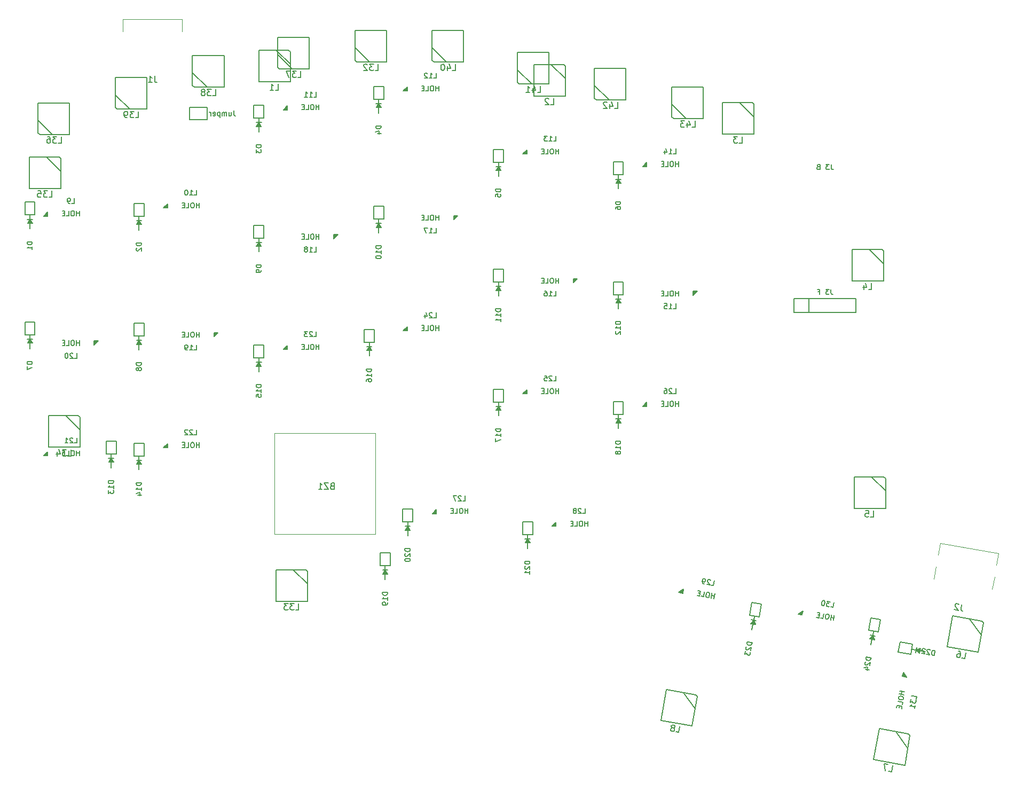
<source format=gbr>
%TF.GenerationSoftware,KiCad,Pcbnew,5.1.9*%
%TF.CreationDate,2021-05-13T19:18:31-05:00*%
%TF.ProjectId,nightwing,6e696768-7477-4696-9e67-2e6b69636164,rev?*%
%TF.SameCoordinates,Original*%
%TF.FileFunction,Legend,Bot*%
%TF.FilePolarity,Positive*%
%FSLAX46Y46*%
G04 Gerber Fmt 4.6, Leading zero omitted, Abs format (unit mm)*
G04 Created by KiCad (PCBNEW 5.1.9) date 2021-05-13 19:18:31*
%MOMM*%
%LPD*%
G01*
G04 APERTURE LIST*
%ADD10C,0.120000*%
%ADD11C,0.200000*%
%ADD12C,0.150000*%
%ADD13C,0.160000*%
%ADD14C,0.152400*%
G04 APERTURE END LIST*
D10*
%TO.C,J1*%
X41870000Y-8160000D02*
X41870000Y-6260000D01*
X32470000Y-6260000D02*
X41870000Y-6260000D01*
X32470000Y-8160000D02*
X32470000Y-6260000D01*
%TO.C,J2*%
X162078110Y-89279601D02*
X171335303Y-90911894D01*
X170328144Y-96623779D02*
X170675440Y-94654164D01*
X171005372Y-92783029D02*
X171335303Y-90911894D01*
X161070951Y-94991486D02*
X161418247Y-93021871D01*
X161748179Y-91150736D02*
X162078110Y-89279601D01*
D11*
%TO.C,L39*%
X31550000Y-20500000D02*
X36250000Y-20500000D01*
X36250000Y-15500000D02*
X31250000Y-15500000D01*
D12*
X33550000Y-20500000D02*
X31250000Y-18250000D01*
D11*
X31550000Y-20500000D02*
X31250000Y-20250000D01*
X36249360Y-20499360D02*
X36249360Y-15500640D01*
X31250000Y-20250000D02*
X31250000Y-15500000D01*
D13*
%TO.C,J3*%
X148720000Y-52700000D02*
X138900000Y-52700000D01*
X138900000Y-52700000D02*
X138900000Y-50500000D01*
X138900000Y-50500000D02*
X148720000Y-50500000D01*
X148720000Y-50500000D02*
X148720000Y-52700000D01*
X141270000Y-52700000D02*
X141270000Y-50500000D01*
D10*
%TO.C,BZ1*%
X56499312Y-87874148D02*
X72499312Y-87874148D01*
X56499312Y-71874148D02*
X56499312Y-87874148D01*
X72499312Y-71874148D02*
X56499312Y-71874148D01*
X72499312Y-87874148D02*
X72499312Y-71874148D01*
D11*
%TO.C,L43*%
X119800000Y-22000000D02*
X124500000Y-22000000D01*
X124500000Y-17000000D02*
X119500000Y-17000000D01*
D12*
X121800000Y-22000000D02*
X119500000Y-19750000D01*
D11*
X119800000Y-22000000D02*
X119500000Y-21750000D01*
X124499360Y-21999360D02*
X124499360Y-17000640D01*
X119500000Y-21750000D02*
X119500000Y-17000000D01*
%TO.C,L42*%
X107550000Y-19000000D02*
X112250000Y-19000000D01*
X112250000Y-14000000D02*
X107250000Y-14000000D01*
D12*
X109550000Y-19000000D02*
X107250000Y-16750000D01*
D11*
X107550000Y-19000000D02*
X107250000Y-18750000D01*
X112249360Y-18999360D02*
X112249360Y-14000640D01*
X107250000Y-18750000D02*
X107250000Y-14000000D01*
%TO.C,L41*%
X95300000Y-16500000D02*
X100000000Y-16500000D01*
X100000000Y-11500000D02*
X95000000Y-11500000D01*
D12*
X97300000Y-16500000D02*
X95000000Y-14250000D01*
D11*
X95300000Y-16500000D02*
X95000000Y-16250000D01*
X99999360Y-16499360D02*
X99999360Y-11500640D01*
X95000000Y-16250000D02*
X95000000Y-11500000D01*
%TO.C,L40*%
X81800000Y-13000000D02*
X86500000Y-13000000D01*
X86500000Y-8000000D02*
X81500000Y-8000000D01*
D12*
X83800000Y-13000000D02*
X81500000Y-10750000D01*
D11*
X81800000Y-13000000D02*
X81500000Y-12750000D01*
X86499360Y-12999360D02*
X86499360Y-8000640D01*
X81500000Y-12750000D02*
X81500000Y-8000000D01*
%TO.C,L38*%
X43800000Y-17000000D02*
X48500000Y-17000000D01*
X48500000Y-12000000D02*
X43500000Y-12000000D01*
D12*
X45800000Y-17000000D02*
X43500000Y-14750000D01*
D11*
X43800000Y-17000000D02*
X43500000Y-16750000D01*
X48499360Y-16999360D02*
X48499360Y-12000640D01*
X43500000Y-16750000D02*
X43500000Y-12000000D01*
%TO.C,L37*%
X57300000Y-14090000D02*
X62000000Y-14090000D01*
X62000000Y-9090000D02*
X57000000Y-9090000D01*
D12*
X59300000Y-14090000D02*
X57000000Y-11840000D01*
D11*
X57300000Y-14090000D02*
X57000000Y-13840000D01*
X61999360Y-14089360D02*
X61999360Y-9090640D01*
X57000000Y-13840000D02*
X57000000Y-9090000D01*
%TO.C,L36*%
X19300000Y-24500000D02*
X24000000Y-24500000D01*
X24000000Y-19500000D02*
X19000000Y-19500000D01*
D12*
X21300000Y-24500000D02*
X19000000Y-22250000D01*
D11*
X19300000Y-24500000D02*
X19000000Y-24250000D01*
X23999360Y-24499360D02*
X23999360Y-19500640D01*
X19000000Y-24250000D02*
X19000000Y-19500000D01*
D12*
%TO.C,L35*%
X20360000Y-28090000D02*
X22660000Y-30340000D01*
D11*
X22360000Y-28090000D02*
X17660000Y-28090000D01*
X22660000Y-28340000D02*
X22660000Y-33090000D01*
X22360000Y-28090000D02*
X22660000Y-28340000D01*
X17660000Y-33090000D02*
X22660000Y-33090000D01*
X17660640Y-28090640D02*
X17660640Y-33089360D01*
D12*
%TO.C,L34*%
X23370000Y-69100000D02*
X25670000Y-71350000D01*
D11*
X25370000Y-69100000D02*
X20670000Y-69100000D01*
X25670000Y-69350000D02*
X25670000Y-74100000D01*
X25370000Y-69100000D02*
X25670000Y-69350000D01*
X20670000Y-74100000D02*
X25670000Y-74100000D01*
X20670640Y-69100640D02*
X20670640Y-74099360D01*
D12*
%TO.C,L33*%
X59470000Y-93510000D02*
X61770000Y-95760000D01*
D11*
X61470000Y-93510000D02*
X56770000Y-93510000D01*
X61770000Y-93760000D02*
X61770000Y-98510000D01*
X61470000Y-93510000D02*
X61770000Y-93760000D01*
X56770000Y-98510000D02*
X61770000Y-98510000D01*
X56770640Y-93510640D02*
X56770640Y-98509360D01*
%TO.C,L32*%
X69550000Y-13000000D02*
X74250000Y-13000000D01*
X74250000Y-8000000D02*
X69250000Y-8000000D01*
D12*
X71550000Y-13000000D02*
X69250000Y-10750000D01*
D11*
X69550000Y-13000000D02*
X69250000Y-12750000D01*
X74249360Y-12999360D02*
X74249360Y-8000640D01*
X69250000Y-12750000D02*
X69250000Y-8000000D01*
D12*
%TO.C,L8*%
X121341082Y-112972710D02*
X123215431Y-115587919D01*
D11*
X123310698Y-113320007D02*
X118682101Y-112503860D01*
X123562728Y-113618303D02*
X122737899Y-118296140D01*
X123310698Y-113320007D02*
X123562728Y-113618303D01*
X117813860Y-117427899D02*
X122737899Y-118296140D01*
X118682620Y-112504602D02*
X117814602Y-117427380D01*
D12*
%TO.C,L7*%
X155061082Y-119172710D02*
X156935431Y-121787919D01*
D11*
X157030698Y-119520007D02*
X152402101Y-118703860D01*
X157282728Y-119818303D02*
X156457899Y-124496140D01*
X157030698Y-119520007D02*
X157282728Y-119818303D01*
X151533860Y-123627899D02*
X156457899Y-124496140D01*
X152402620Y-118704602D02*
X151534602Y-123627380D01*
D12*
%TO.C,L6*%
X166691082Y-101282710D02*
X168565431Y-103897919D01*
D11*
X168660698Y-101630007D02*
X164032101Y-100813860D01*
X168912728Y-101928303D02*
X168087899Y-106606140D01*
X168660698Y-101630007D02*
X168912728Y-101928303D01*
X163163860Y-105737899D02*
X168087899Y-106606140D01*
X164032620Y-100814602D02*
X163164602Y-105737380D01*
D12*
%TO.C,L5*%
X151120000Y-78790000D02*
X153420000Y-81040000D01*
D11*
X153120000Y-78790000D02*
X148420000Y-78790000D01*
X153420000Y-79040000D02*
X153420000Y-83790000D01*
X153120000Y-78790000D02*
X153420000Y-79040000D01*
X148420000Y-83790000D02*
X153420000Y-83790000D01*
X148420640Y-78790640D02*
X148420640Y-83789360D01*
D12*
%TO.C,L4*%
X150810000Y-42750000D02*
X153110000Y-45000000D01*
D11*
X152810000Y-42750000D02*
X148110000Y-42750000D01*
X153110000Y-43000000D02*
X153110000Y-47750000D01*
X152810000Y-42750000D02*
X153110000Y-43000000D01*
X148110000Y-47750000D02*
X153110000Y-47750000D01*
X148110640Y-42750640D02*
X148110640Y-47749360D01*
D12*
%TO.C,L3*%
X130270000Y-19490000D02*
X132570000Y-21740000D01*
D11*
X132270000Y-19490000D02*
X127570000Y-19490000D01*
X132570000Y-19740000D02*
X132570000Y-24490000D01*
X132270000Y-19490000D02*
X132570000Y-19740000D01*
X127570000Y-24490000D02*
X132570000Y-24490000D01*
X127570640Y-19490640D02*
X127570640Y-24489360D01*
D12*
%TO.C,L2*%
X100360000Y-13430000D02*
X102660000Y-15680000D01*
D11*
X102360000Y-13430000D02*
X97660000Y-13430000D01*
X102660000Y-13680000D02*
X102660000Y-18430000D01*
X102360000Y-13430000D02*
X102660000Y-13680000D01*
X97660000Y-18430000D02*
X102660000Y-18430000D01*
X97660640Y-13430640D02*
X97660640Y-18429360D01*
D12*
%TO.C,L1*%
X56740000Y-11140000D02*
X59040000Y-13390000D01*
D11*
X58740000Y-11140000D02*
X54040000Y-11140000D01*
X59040000Y-11390000D02*
X59040000Y-16140000D01*
X58740000Y-11140000D02*
X59040000Y-11390000D01*
X54040000Y-16140000D02*
X59040000Y-16140000D01*
X54040640Y-11140640D02*
X54040640Y-16139360D01*
D13*
%TO.C,L31*%
G36*
X156215025Y-109793760D02*
G01*
X156104758Y-110419113D01*
X156730111Y-110529380D01*
X156215025Y-109793760D01*
G37*
X156215025Y-109793760D02*
X156104758Y-110419113D01*
X156730111Y-110529380D01*
X156215025Y-109793760D01*
%TO.C,L30*%
G36*
X139563760Y-100574975D02*
G01*
X140189113Y-100685242D01*
X140299380Y-100059889D01*
X139563760Y-100574975D01*
G37*
X139563760Y-100574975D02*
X140189113Y-100685242D01*
X140299380Y-100059889D01*
X139563760Y-100574975D01*
%TO.C,L29*%
G36*
X120622264Y-97120778D02*
G01*
X121247617Y-97231045D01*
X121357884Y-96605692D01*
X120622264Y-97120778D01*
G37*
X120622264Y-97120778D02*
X121247617Y-97231045D01*
X121357884Y-96605692D01*
X120622264Y-97120778D01*
%TO.C,L28*%
G36*
X100519500Y-86619000D02*
G01*
X101154500Y-86619000D01*
X101154500Y-85984000D01*
X100519500Y-86619000D01*
G37*
X100519500Y-86619000D02*
X101154500Y-86619000D01*
X101154500Y-85984000D01*
X100519500Y-86619000D01*
%TO.C,L27*%
G36*
X81519500Y-84619000D02*
G01*
X82154500Y-84619000D01*
X82154500Y-83984000D01*
X81519500Y-84619000D01*
G37*
X81519500Y-84619000D02*
X82154500Y-84619000D01*
X82154500Y-83984000D01*
X81519500Y-84619000D01*
%TO.C,L26*%
G36*
X114907000Y-67610000D02*
G01*
X115542000Y-67610000D01*
X115542000Y-66975000D01*
X114907000Y-67610000D01*
G37*
X114907000Y-67610000D02*
X115542000Y-67610000D01*
X115542000Y-66975000D01*
X114907000Y-67610000D01*
%TO.C,L25*%
G36*
X95907000Y-65610000D02*
G01*
X96542000Y-65610000D01*
X96542000Y-64975000D01*
X95907000Y-65610000D01*
G37*
X95907000Y-65610000D02*
X96542000Y-65610000D01*
X96542000Y-64975000D01*
X95907000Y-65610000D01*
%TO.C,L24*%
G36*
X76907000Y-55610000D02*
G01*
X77542000Y-55610000D01*
X77542000Y-54975000D01*
X76907000Y-55610000D01*
G37*
X76907000Y-55610000D02*
X77542000Y-55610000D01*
X77542000Y-54975000D01*
X76907000Y-55610000D01*
%TO.C,L23*%
G36*
X57907000Y-58610000D02*
G01*
X58542000Y-58610000D01*
X58542000Y-57975000D01*
X57907000Y-58610000D01*
G37*
X57907000Y-58610000D02*
X58542000Y-58610000D01*
X58542000Y-57975000D01*
X57907000Y-58610000D01*
%TO.C,L22*%
G36*
X38907000Y-74160000D02*
G01*
X39542000Y-74160000D01*
X39542000Y-73525000D01*
X38907000Y-74160000D01*
G37*
X38907000Y-74160000D02*
X39542000Y-74160000D01*
X39542000Y-73525000D01*
X38907000Y-74160000D01*
%TO.C,L21*%
G36*
X19907000Y-75460000D02*
G01*
X20542000Y-75460000D01*
X20542000Y-74825000D01*
X19907000Y-75460000D01*
G37*
X19907000Y-75460000D02*
X20542000Y-75460000D01*
X20542000Y-74825000D01*
X19907000Y-75460000D01*
%TO.C,L20*%
G36*
X28543000Y-57222000D02*
G01*
X27908000Y-57222000D01*
X27908000Y-57857000D01*
X28543000Y-57222000D01*
G37*
X28543000Y-57222000D02*
X27908000Y-57222000D01*
X27908000Y-57857000D01*
X28543000Y-57222000D01*
%TO.C,L19*%
G36*
X47543000Y-55922000D02*
G01*
X46908000Y-55922000D01*
X46908000Y-56557000D01*
X47543000Y-55922000D01*
G37*
X47543000Y-55922000D02*
X46908000Y-55922000D01*
X46908000Y-56557000D01*
X47543000Y-55922000D01*
%TO.C,L18*%
G36*
X66543000Y-40372000D02*
G01*
X65908000Y-40372000D01*
X65908000Y-41007000D01*
X66543000Y-40372000D01*
G37*
X66543000Y-40372000D02*
X65908000Y-40372000D01*
X65908000Y-41007000D01*
X66543000Y-40372000D01*
%TO.C,L17*%
G36*
X85543000Y-37372000D02*
G01*
X84908000Y-37372000D01*
X84908000Y-38007000D01*
X85543000Y-37372000D01*
G37*
X85543000Y-37372000D02*
X84908000Y-37372000D01*
X84908000Y-38007000D01*
X85543000Y-37372000D01*
%TO.C,L16*%
G36*
X104543000Y-47372000D02*
G01*
X103908000Y-47372000D01*
X103908000Y-48007000D01*
X104543000Y-47372000D01*
G37*
X104543000Y-47372000D02*
X103908000Y-47372000D01*
X103908000Y-48007000D01*
X104543000Y-47372000D01*
%TO.C,L15*%
G36*
X123543000Y-49372000D02*
G01*
X122908000Y-49372000D01*
X122908000Y-50007000D01*
X123543000Y-49372000D01*
G37*
X123543000Y-49372000D02*
X122908000Y-49372000D01*
X122908000Y-50007000D01*
X123543000Y-49372000D01*
%TO.C,L14*%
G36*
X114907000Y-29610000D02*
G01*
X115542000Y-29610000D01*
X115542000Y-28975000D01*
X114907000Y-29610000D01*
G37*
X114907000Y-29610000D02*
X115542000Y-29610000D01*
X115542000Y-28975000D01*
X114907000Y-29610000D01*
%TO.C,L13*%
G36*
X95907000Y-27610000D02*
G01*
X96542000Y-27610000D01*
X96542000Y-26975000D01*
X95907000Y-27610000D01*
G37*
X95907000Y-27610000D02*
X96542000Y-27610000D01*
X96542000Y-26975000D01*
X95907000Y-27610000D01*
%TO.C,L12*%
G36*
X76907000Y-17610000D02*
G01*
X77542000Y-17610000D01*
X77542000Y-16975000D01*
X76907000Y-17610000D01*
G37*
X76907000Y-17610000D02*
X77542000Y-17610000D01*
X77542000Y-16975000D01*
X76907000Y-17610000D01*
%TO.C,L11*%
G36*
X57907000Y-20610000D02*
G01*
X58542000Y-20610000D01*
X58542000Y-19975000D01*
X57907000Y-20610000D01*
G37*
X57907000Y-20610000D02*
X58542000Y-20610000D01*
X58542000Y-19975000D01*
X57907000Y-20610000D01*
%TO.C,L10*%
G36*
X38907000Y-36160000D02*
G01*
X39542000Y-36160000D01*
X39542000Y-35525000D01*
X38907000Y-36160000D01*
G37*
X38907000Y-36160000D02*
X39542000Y-36160000D01*
X39542000Y-35525000D01*
X38907000Y-36160000D01*
%TO.C,L9*%
G36*
X19907000Y-37460000D02*
G01*
X20542000Y-37460000D01*
X20542000Y-36825000D01*
X19907000Y-37460000D01*
G37*
X19907000Y-37460000D02*
X20542000Y-37460000D01*
X20542000Y-36825000D01*
X19907000Y-37460000D01*
%TO.C,JP1*%
X45820000Y-22190000D02*
X43020000Y-22190000D01*
X43020000Y-22190000D02*
X43020000Y-20190000D01*
X43020000Y-20190000D02*
X45820000Y-20190000D01*
X45820000Y-20190000D02*
X45820000Y-22190000D01*
%TO.C,D24*%
X151634953Y-104626142D02*
X151370008Y-103934629D01*
X151259741Y-104559982D02*
X151109779Y-105410462D01*
X152630004Y-101395856D02*
X151054311Y-101118018D01*
X151370008Y-103934629D02*
X150884530Y-104493822D01*
X150884530Y-104493822D02*
X151634953Y-104626142D01*
X151054311Y-101118018D02*
X150701250Y-103120330D01*
X150969782Y-103864059D02*
X151770234Y-104005200D01*
X151484685Y-103284262D02*
X151370008Y-103934629D01*
X152276942Y-103398167D02*
X152630004Y-101395856D01*
G36*
X151634953Y-104626142D02*
G01*
X151370008Y-103934629D01*
X150884530Y-104493822D01*
X151634953Y-104626142D01*
G37*
X151634953Y-104626142D02*
X151370008Y-103934629D01*
X150884530Y-104493822D01*
X151634953Y-104626142D01*
X150701250Y-103120330D02*
X152276942Y-103398167D01*
%TO.C,D23*%
X132754953Y-102216142D02*
X132490008Y-101524629D01*
X132379741Y-102149982D02*
X132229779Y-103000462D01*
X133750004Y-98985856D02*
X132174311Y-98708018D01*
X132490008Y-101524629D02*
X132004530Y-102083822D01*
X132004530Y-102083822D02*
X132754953Y-102216142D01*
X132174311Y-98708018D02*
X131821250Y-100710330D01*
X132089782Y-101454059D02*
X132890234Y-101595200D01*
X132604685Y-100874262D02*
X132490008Y-101524629D01*
X133396942Y-100988167D02*
X133750004Y-98985856D01*
G36*
X132754953Y-102216142D02*
G01*
X132490008Y-101524629D01*
X132004530Y-102083822D01*
X132754953Y-102216142D01*
G37*
X132754953Y-102216142D02*
X132490008Y-101524629D01*
X132004530Y-102083822D01*
X132754953Y-102216142D01*
X131821250Y-100710330D02*
X133396942Y-100988167D01*
%TO.C,D22*%
X158936142Y-105975047D02*
X158244629Y-106239992D01*
X158869982Y-106350259D02*
X159720462Y-106500221D01*
X155705856Y-104979996D02*
X155428018Y-106555689D01*
X158244629Y-106239992D02*
X158803822Y-106725470D01*
X158803822Y-106725470D02*
X158936142Y-105975047D01*
X155428018Y-106555689D02*
X157430330Y-106908750D01*
X158174059Y-106640218D02*
X158315200Y-105839766D01*
X157594262Y-106125315D02*
X158244629Y-106239992D01*
X157708167Y-105333058D02*
X155705856Y-104979996D01*
G36*
X158936142Y-105975047D02*
G01*
X158244629Y-106239992D01*
X158803822Y-106725470D01*
X158936142Y-105975047D01*
G37*
X158936142Y-105975047D02*
X158244629Y-106239992D01*
X158803822Y-106725470D01*
X158936142Y-105975047D01*
X157430330Y-106908750D02*
X157708167Y-105333058D01*
%TO.C,D21*%
X97018500Y-89254000D02*
X96637500Y-88619000D01*
X96637500Y-89254000D02*
X96637500Y-90117600D01*
X97437500Y-85900000D02*
X95837500Y-85900000D01*
X96637500Y-88619000D02*
X96256500Y-89254000D01*
X96256500Y-89254000D02*
X97018500Y-89254000D01*
X95837500Y-85900000D02*
X95837500Y-87933200D01*
X96231100Y-88619000D02*
X97043900Y-88619000D01*
X96637500Y-87958600D02*
X96637500Y-88619000D01*
X97437500Y-87933200D02*
X97437500Y-85900000D01*
G36*
X97018500Y-89254000D02*
G01*
X96637500Y-88619000D01*
X96256500Y-89254000D01*
X97018500Y-89254000D01*
G37*
X97018500Y-89254000D02*
X96637500Y-88619000D01*
X96256500Y-89254000D01*
X97018500Y-89254000D01*
X95837500Y-87933200D02*
X97437500Y-87933200D01*
%TO.C,D20*%
X78018500Y-87254000D02*
X77637500Y-86619000D01*
X77637500Y-87254000D02*
X77637500Y-88117600D01*
X78437500Y-83900000D02*
X76837500Y-83900000D01*
X77637500Y-86619000D02*
X77256500Y-87254000D01*
X77256500Y-87254000D02*
X78018500Y-87254000D01*
X76837500Y-83900000D02*
X76837500Y-85933200D01*
X77231100Y-86619000D02*
X78043900Y-86619000D01*
X77637500Y-85958600D02*
X77637500Y-86619000D01*
X78437500Y-85933200D02*
X78437500Y-83900000D01*
G36*
X78018500Y-87254000D02*
G01*
X77637500Y-86619000D01*
X77256500Y-87254000D01*
X78018500Y-87254000D01*
G37*
X78018500Y-87254000D02*
X77637500Y-86619000D01*
X77256500Y-87254000D01*
X78018500Y-87254000D01*
X76837500Y-85933200D02*
X78437500Y-85933200D01*
%TO.C,D19*%
X74442710Y-94190498D02*
X74061710Y-93555498D01*
X74061710Y-94190498D02*
X74061710Y-95054098D01*
X74861710Y-90836498D02*
X73261710Y-90836498D01*
X74061710Y-93555498D02*
X73680710Y-94190498D01*
X73680710Y-94190498D02*
X74442710Y-94190498D01*
X73261710Y-90836498D02*
X73261710Y-92869698D01*
X73655310Y-93555498D02*
X74468110Y-93555498D01*
X74061710Y-92895098D02*
X74061710Y-93555498D01*
X74861710Y-92869698D02*
X74861710Y-90836498D01*
G36*
X74442710Y-94190498D02*
G01*
X74061710Y-93555498D01*
X73680710Y-94190498D01*
X74442710Y-94190498D01*
G37*
X74442710Y-94190498D02*
X74061710Y-93555498D01*
X73680710Y-94190498D01*
X74442710Y-94190498D01*
X73261710Y-92869698D02*
X74861710Y-92869698D01*
%TO.C,D18*%
X111406000Y-70245000D02*
X111025000Y-69610000D01*
X111025000Y-70245000D02*
X111025000Y-71108600D01*
X111825000Y-66891000D02*
X110225000Y-66891000D01*
X111025000Y-69610000D02*
X110644000Y-70245000D01*
X110644000Y-70245000D02*
X111406000Y-70245000D01*
X110225000Y-66891000D02*
X110225000Y-68924200D01*
X110618600Y-69610000D02*
X111431400Y-69610000D01*
X111025000Y-68949600D02*
X111025000Y-69610000D01*
X111825000Y-68924200D02*
X111825000Y-66891000D01*
G36*
X111406000Y-70245000D02*
G01*
X111025000Y-69610000D01*
X110644000Y-70245000D01*
X111406000Y-70245000D01*
G37*
X111406000Y-70245000D02*
X111025000Y-69610000D01*
X110644000Y-70245000D01*
X111406000Y-70245000D01*
X110225000Y-68924200D02*
X111825000Y-68924200D01*
%TO.C,D17*%
X92406000Y-68245000D02*
X92025000Y-67610000D01*
X92025000Y-68245000D02*
X92025000Y-69108600D01*
X92825000Y-64891000D02*
X91225000Y-64891000D01*
X92025000Y-67610000D02*
X91644000Y-68245000D01*
X91644000Y-68245000D02*
X92406000Y-68245000D01*
X91225000Y-64891000D02*
X91225000Y-66924200D01*
X91618600Y-67610000D02*
X92431400Y-67610000D01*
X92025000Y-66949600D02*
X92025000Y-67610000D01*
X92825000Y-66924200D02*
X92825000Y-64891000D01*
G36*
X92406000Y-68245000D02*
G01*
X92025000Y-67610000D01*
X91644000Y-68245000D01*
X92406000Y-68245000D01*
G37*
X92406000Y-68245000D02*
X92025000Y-67610000D01*
X91644000Y-68245000D01*
X92406000Y-68245000D01*
X91225000Y-66924200D02*
X92825000Y-66924200D01*
%TO.C,D16*%
X71911487Y-58764854D02*
X71530487Y-58129854D01*
X71530487Y-58764854D02*
X71530487Y-59628454D01*
X72330487Y-55410854D02*
X70730487Y-55410854D01*
X71530487Y-58129854D02*
X71149487Y-58764854D01*
X71149487Y-58764854D02*
X71911487Y-58764854D01*
X70730487Y-55410854D02*
X70730487Y-57444054D01*
X71124087Y-58129854D02*
X71936887Y-58129854D01*
X71530487Y-57469454D02*
X71530487Y-58129854D01*
X72330487Y-57444054D02*
X72330487Y-55410854D01*
G36*
X71911487Y-58764854D02*
G01*
X71530487Y-58129854D01*
X71149487Y-58764854D01*
X71911487Y-58764854D01*
G37*
X71911487Y-58764854D02*
X71530487Y-58129854D01*
X71149487Y-58764854D01*
X71911487Y-58764854D01*
X70730487Y-57444054D02*
X72330487Y-57444054D01*
%TO.C,D15*%
X54406000Y-61245000D02*
X54025000Y-60610000D01*
X54025000Y-61245000D02*
X54025000Y-62108600D01*
X54825000Y-57891000D02*
X53225000Y-57891000D01*
X54025000Y-60610000D02*
X53644000Y-61245000D01*
X53644000Y-61245000D02*
X54406000Y-61245000D01*
X53225000Y-57891000D02*
X53225000Y-59924200D01*
X53618600Y-60610000D02*
X54431400Y-60610000D01*
X54025000Y-59949600D02*
X54025000Y-60610000D01*
X54825000Y-59924200D02*
X54825000Y-57891000D01*
G36*
X54406000Y-61245000D02*
G01*
X54025000Y-60610000D01*
X53644000Y-61245000D01*
X54406000Y-61245000D01*
G37*
X54406000Y-61245000D02*
X54025000Y-60610000D01*
X53644000Y-61245000D01*
X54406000Y-61245000D01*
X53225000Y-59924200D02*
X54825000Y-59924200D01*
%TO.C,D14*%
X35406000Y-76795000D02*
X35025000Y-76160000D01*
X35025000Y-76795000D02*
X35025000Y-77658600D01*
X35825000Y-73441000D02*
X34225000Y-73441000D01*
X35025000Y-76160000D02*
X34644000Y-76795000D01*
X34644000Y-76795000D02*
X35406000Y-76795000D01*
X34225000Y-73441000D02*
X34225000Y-75474200D01*
X34618600Y-76160000D02*
X35431400Y-76160000D01*
X35025000Y-75499600D02*
X35025000Y-76160000D01*
X35825000Y-75474200D02*
X35825000Y-73441000D01*
G36*
X35406000Y-76795000D02*
G01*
X35025000Y-76160000D01*
X34644000Y-76795000D01*
X35406000Y-76795000D01*
G37*
X35406000Y-76795000D02*
X35025000Y-76160000D01*
X34644000Y-76795000D01*
X35406000Y-76795000D01*
X34225000Y-75474200D02*
X35825000Y-75474200D01*
%TO.C,D13*%
X30991000Y-76474000D02*
X30610000Y-75839000D01*
X30610000Y-76474000D02*
X30610000Y-77337600D01*
X31410000Y-73120000D02*
X29810000Y-73120000D01*
X30610000Y-75839000D02*
X30229000Y-76474000D01*
X30229000Y-76474000D02*
X30991000Y-76474000D01*
X29810000Y-73120000D02*
X29810000Y-75153200D01*
X30203600Y-75839000D02*
X31016400Y-75839000D01*
X30610000Y-75178600D02*
X30610000Y-75839000D01*
X31410000Y-75153200D02*
X31410000Y-73120000D01*
G36*
X30991000Y-76474000D02*
G01*
X30610000Y-75839000D01*
X30229000Y-76474000D01*
X30991000Y-76474000D01*
G37*
X30991000Y-76474000D02*
X30610000Y-75839000D01*
X30229000Y-76474000D01*
X30991000Y-76474000D01*
X29810000Y-75153200D02*
X31410000Y-75153200D01*
%TO.C,D12*%
X111406000Y-51245000D02*
X111025000Y-50610000D01*
X111025000Y-51245000D02*
X111025000Y-52108600D01*
X111825000Y-47891000D02*
X110225000Y-47891000D01*
X111025000Y-50610000D02*
X110644000Y-51245000D01*
X110644000Y-51245000D02*
X111406000Y-51245000D01*
X110225000Y-47891000D02*
X110225000Y-49924200D01*
X110618600Y-50610000D02*
X111431400Y-50610000D01*
X111025000Y-49949600D02*
X111025000Y-50610000D01*
X111825000Y-49924200D02*
X111825000Y-47891000D01*
G36*
X111406000Y-51245000D02*
G01*
X111025000Y-50610000D01*
X110644000Y-51245000D01*
X111406000Y-51245000D01*
G37*
X111406000Y-51245000D02*
X111025000Y-50610000D01*
X110644000Y-51245000D01*
X111406000Y-51245000D01*
X110225000Y-49924200D02*
X111825000Y-49924200D01*
%TO.C,D11*%
X92406000Y-49245000D02*
X92025000Y-48610000D01*
X92025000Y-49245000D02*
X92025000Y-50108600D01*
X92825000Y-45891000D02*
X91225000Y-45891000D01*
X92025000Y-48610000D02*
X91644000Y-49245000D01*
X91644000Y-49245000D02*
X92406000Y-49245000D01*
X91225000Y-45891000D02*
X91225000Y-47924200D01*
X91618600Y-48610000D02*
X92431400Y-48610000D01*
X92025000Y-47949600D02*
X92025000Y-48610000D01*
X92825000Y-47924200D02*
X92825000Y-45891000D01*
G36*
X92406000Y-49245000D02*
G01*
X92025000Y-48610000D01*
X91644000Y-49245000D01*
X92406000Y-49245000D01*
G37*
X92406000Y-49245000D02*
X92025000Y-48610000D01*
X91644000Y-49245000D01*
X92406000Y-49245000D01*
X91225000Y-47924200D02*
X92825000Y-47924200D01*
%TO.C,D10*%
X73406000Y-39245000D02*
X73025000Y-38610000D01*
X73025000Y-39245000D02*
X73025000Y-40108600D01*
X73825000Y-35891000D02*
X72225000Y-35891000D01*
X73025000Y-38610000D02*
X72644000Y-39245000D01*
X72644000Y-39245000D02*
X73406000Y-39245000D01*
X72225000Y-35891000D02*
X72225000Y-37924200D01*
X72618600Y-38610000D02*
X73431400Y-38610000D01*
X73025000Y-37949600D02*
X73025000Y-38610000D01*
X73825000Y-37924200D02*
X73825000Y-35891000D01*
G36*
X73406000Y-39245000D02*
G01*
X73025000Y-38610000D01*
X72644000Y-39245000D01*
X73406000Y-39245000D01*
G37*
X73406000Y-39245000D02*
X73025000Y-38610000D01*
X72644000Y-39245000D01*
X73406000Y-39245000D01*
X72225000Y-37924200D02*
X73825000Y-37924200D01*
%TO.C,D9*%
X54406000Y-42245000D02*
X54025000Y-41610000D01*
X54025000Y-42245000D02*
X54025000Y-43108600D01*
X54825000Y-38891000D02*
X53225000Y-38891000D01*
X54025000Y-41610000D02*
X53644000Y-42245000D01*
X53644000Y-42245000D02*
X54406000Y-42245000D01*
X53225000Y-38891000D02*
X53225000Y-40924200D01*
X53618600Y-41610000D02*
X54431400Y-41610000D01*
X54025000Y-40949600D02*
X54025000Y-41610000D01*
X54825000Y-40924200D02*
X54825000Y-38891000D01*
G36*
X54406000Y-42245000D02*
G01*
X54025000Y-41610000D01*
X53644000Y-42245000D01*
X54406000Y-42245000D01*
G37*
X54406000Y-42245000D02*
X54025000Y-41610000D01*
X53644000Y-42245000D01*
X54406000Y-42245000D01*
X53225000Y-40924200D02*
X54825000Y-40924200D01*
%TO.C,D8*%
X35406000Y-57795000D02*
X35025000Y-57160000D01*
X35025000Y-57795000D02*
X35025000Y-58658600D01*
X35825000Y-54441000D02*
X34225000Y-54441000D01*
X35025000Y-57160000D02*
X34644000Y-57795000D01*
X34644000Y-57795000D02*
X35406000Y-57795000D01*
X34225000Y-54441000D02*
X34225000Y-56474200D01*
X34618600Y-57160000D02*
X35431400Y-57160000D01*
X35025000Y-56499600D02*
X35025000Y-57160000D01*
X35825000Y-56474200D02*
X35825000Y-54441000D01*
G36*
X35406000Y-57795000D02*
G01*
X35025000Y-57160000D01*
X34644000Y-57795000D01*
X35406000Y-57795000D01*
G37*
X35406000Y-57795000D02*
X35025000Y-57160000D01*
X34644000Y-57795000D01*
X35406000Y-57795000D01*
X34225000Y-56474200D02*
X35825000Y-56474200D01*
%TO.C,D7*%
X18106000Y-57595000D02*
X17725000Y-56960000D01*
X17725000Y-57595000D02*
X17725000Y-58458600D01*
X18525000Y-54241000D02*
X16925000Y-54241000D01*
X17725000Y-56960000D02*
X17344000Y-57595000D01*
X17344000Y-57595000D02*
X18106000Y-57595000D01*
X16925000Y-54241000D02*
X16925000Y-56274200D01*
X17318600Y-56960000D02*
X18131400Y-56960000D01*
X17725000Y-56299600D02*
X17725000Y-56960000D01*
X18525000Y-56274200D02*
X18525000Y-54241000D01*
G36*
X18106000Y-57595000D02*
G01*
X17725000Y-56960000D01*
X17344000Y-57595000D01*
X18106000Y-57595000D01*
G37*
X18106000Y-57595000D02*
X17725000Y-56960000D01*
X17344000Y-57595000D01*
X18106000Y-57595000D01*
X16925000Y-56274200D02*
X18525000Y-56274200D01*
%TO.C,D6*%
X111406000Y-32245000D02*
X111025000Y-31610000D01*
X111025000Y-32245000D02*
X111025000Y-33108600D01*
X111825000Y-28891000D02*
X110225000Y-28891000D01*
X111025000Y-31610000D02*
X110644000Y-32245000D01*
X110644000Y-32245000D02*
X111406000Y-32245000D01*
X110225000Y-28891000D02*
X110225000Y-30924200D01*
X110618600Y-31610000D02*
X111431400Y-31610000D01*
X111025000Y-30949600D02*
X111025000Y-31610000D01*
X111825000Y-30924200D02*
X111825000Y-28891000D01*
G36*
X111406000Y-32245000D02*
G01*
X111025000Y-31610000D01*
X110644000Y-32245000D01*
X111406000Y-32245000D01*
G37*
X111406000Y-32245000D02*
X111025000Y-31610000D01*
X110644000Y-32245000D01*
X111406000Y-32245000D01*
X110225000Y-30924200D02*
X111825000Y-30924200D01*
%TO.C,D5*%
X92406000Y-30245000D02*
X92025000Y-29610000D01*
X92025000Y-30245000D02*
X92025000Y-31108600D01*
X92825000Y-26891000D02*
X91225000Y-26891000D01*
X92025000Y-29610000D02*
X91644000Y-30245000D01*
X91644000Y-30245000D02*
X92406000Y-30245000D01*
X91225000Y-26891000D02*
X91225000Y-28924200D01*
X91618600Y-29610000D02*
X92431400Y-29610000D01*
X92025000Y-28949600D02*
X92025000Y-29610000D01*
X92825000Y-28924200D02*
X92825000Y-26891000D01*
G36*
X92406000Y-30245000D02*
G01*
X92025000Y-29610000D01*
X91644000Y-30245000D01*
X92406000Y-30245000D01*
G37*
X92406000Y-30245000D02*
X92025000Y-29610000D01*
X91644000Y-30245000D01*
X92406000Y-30245000D01*
X91225000Y-28924200D02*
X92825000Y-28924200D01*
%TO.C,D4*%
X73406000Y-20245000D02*
X73025000Y-19610000D01*
X73025000Y-20245000D02*
X73025000Y-21108600D01*
X73825000Y-16891000D02*
X72225000Y-16891000D01*
X73025000Y-19610000D02*
X72644000Y-20245000D01*
X72644000Y-20245000D02*
X73406000Y-20245000D01*
X72225000Y-16891000D02*
X72225000Y-18924200D01*
X72618600Y-19610000D02*
X73431400Y-19610000D01*
X73025000Y-18949600D02*
X73025000Y-19610000D01*
X73825000Y-18924200D02*
X73825000Y-16891000D01*
G36*
X73406000Y-20245000D02*
G01*
X73025000Y-19610000D01*
X72644000Y-20245000D01*
X73406000Y-20245000D01*
G37*
X73406000Y-20245000D02*
X73025000Y-19610000D01*
X72644000Y-20245000D01*
X73406000Y-20245000D01*
X72225000Y-18924200D02*
X73825000Y-18924200D01*
%TO.C,D3*%
X54406000Y-23245000D02*
X54025000Y-22610000D01*
X54025000Y-23245000D02*
X54025000Y-24108600D01*
X54825000Y-19891000D02*
X53225000Y-19891000D01*
X54025000Y-22610000D02*
X53644000Y-23245000D01*
X53644000Y-23245000D02*
X54406000Y-23245000D01*
X53225000Y-19891000D02*
X53225000Y-21924200D01*
X53618600Y-22610000D02*
X54431400Y-22610000D01*
X54025000Y-21949600D02*
X54025000Y-22610000D01*
X54825000Y-21924200D02*
X54825000Y-19891000D01*
G36*
X54406000Y-23245000D02*
G01*
X54025000Y-22610000D01*
X53644000Y-23245000D01*
X54406000Y-23245000D01*
G37*
X54406000Y-23245000D02*
X54025000Y-22610000D01*
X53644000Y-23245000D01*
X54406000Y-23245000D01*
X53225000Y-21924200D02*
X54825000Y-21924200D01*
%TO.C,D2*%
X35406000Y-38795000D02*
X35025000Y-38160000D01*
X35025000Y-38795000D02*
X35025000Y-39658600D01*
X35825000Y-35441000D02*
X34225000Y-35441000D01*
X35025000Y-38160000D02*
X34644000Y-38795000D01*
X34644000Y-38795000D02*
X35406000Y-38795000D01*
X34225000Y-35441000D02*
X34225000Y-37474200D01*
X34618600Y-38160000D02*
X35431400Y-38160000D01*
X35025000Y-37499600D02*
X35025000Y-38160000D01*
X35825000Y-37474200D02*
X35825000Y-35441000D01*
G36*
X35406000Y-38795000D02*
G01*
X35025000Y-38160000D01*
X34644000Y-38795000D01*
X35406000Y-38795000D01*
G37*
X35406000Y-38795000D02*
X35025000Y-38160000D01*
X34644000Y-38795000D01*
X35406000Y-38795000D01*
X34225000Y-37474200D02*
X35825000Y-37474200D01*
%TO.C,D1*%
X18106000Y-38595000D02*
X17725000Y-37960000D01*
X17725000Y-38595000D02*
X17725000Y-39458600D01*
X18525000Y-35241000D02*
X16925000Y-35241000D01*
X17725000Y-37960000D02*
X17344000Y-38595000D01*
X17344000Y-38595000D02*
X18106000Y-38595000D01*
X16925000Y-35241000D02*
X16925000Y-37274200D01*
X17318600Y-37960000D02*
X18131400Y-37960000D01*
X17725000Y-37299600D02*
X17725000Y-37960000D01*
X18525000Y-37274200D02*
X18525000Y-35241000D01*
G36*
X18106000Y-38595000D02*
G01*
X17725000Y-37960000D01*
X17344000Y-38595000D01*
X18106000Y-38595000D01*
G37*
X18106000Y-38595000D02*
X17725000Y-37960000D01*
X17344000Y-38595000D01*
X18106000Y-38595000D01*
X16925000Y-37274200D02*
X18525000Y-37274200D01*
%TO.C,J1*%
D12*
X37503333Y-15257380D02*
X37503333Y-15971666D01*
X37550952Y-16114523D01*
X37646190Y-16209761D01*
X37789047Y-16257380D01*
X37884285Y-16257380D01*
X36503333Y-16257380D02*
X37074761Y-16257380D01*
X36789047Y-16257380D02*
X36789047Y-15257380D01*
X36884285Y-15400238D01*
X36979523Y-15495476D01*
X37074761Y-15543095D01*
%TO.C,J2*%
X165472597Y-99014321D02*
X165348562Y-99717755D01*
X165370651Y-99866711D01*
X165447904Y-99977040D01*
X165580322Y-100048742D01*
X165674113Y-100065280D01*
X165033998Y-99033691D02*
X164995372Y-98978527D01*
X164909850Y-98915093D01*
X164675371Y-98873748D01*
X164573311Y-98904106D01*
X164518147Y-98942733D01*
X164454713Y-99028255D01*
X164438175Y-99122046D01*
X164460264Y-99271002D01*
X164923784Y-99932977D01*
X164314141Y-99825480D01*
%TO.C,L39*%
D11*
X34463977Y-21861060D02*
X34940167Y-21861060D01*
X34940167Y-20861060D01*
X34225881Y-20861060D02*
X33606834Y-20861060D01*
X33940167Y-21242013D01*
X33797310Y-21242013D01*
X33702072Y-21289632D01*
X33654453Y-21337251D01*
X33606834Y-21432489D01*
X33606834Y-21670584D01*
X33654453Y-21765822D01*
X33702072Y-21813441D01*
X33797310Y-21861060D01*
X34083024Y-21861060D01*
X34178262Y-21813441D01*
X34225881Y-21765822D01*
X33130643Y-21861060D02*
X32940167Y-21861060D01*
X32844929Y-21813441D01*
X32797310Y-21765822D01*
X32702072Y-21622965D01*
X32654453Y-21432489D01*
X32654453Y-21051537D01*
X32702072Y-20956299D01*
X32749691Y-20908680D01*
X32844929Y-20861060D01*
X33035405Y-20861060D01*
X33130643Y-20908680D01*
X33178262Y-20956299D01*
X33225881Y-21051537D01*
X33225881Y-21289632D01*
X33178262Y-21384870D01*
X33130643Y-21432489D01*
X33035405Y-21480108D01*
X32844929Y-21480108D01*
X32749691Y-21432489D01*
X32702072Y-21384870D01*
X32654453Y-21289632D01*
%TO.C,J3*%
D14*
X144738914Y-49054895D02*
X144738914Y-49635466D01*
X144777619Y-49751580D01*
X144855028Y-49828990D01*
X144971142Y-49867695D01*
X145048552Y-49867695D01*
X144429276Y-49054895D02*
X143926114Y-49054895D01*
X144197047Y-49364533D01*
X144080933Y-49364533D01*
X144003523Y-49403238D01*
X143964819Y-49441942D01*
X143926114Y-49519352D01*
X143926114Y-49712876D01*
X143964819Y-49790285D01*
X144003523Y-49828990D01*
X144080933Y-49867695D01*
X144313161Y-49867695D01*
X144390571Y-49828990D01*
X144429276Y-49790285D01*
X142687561Y-49441942D02*
X142958495Y-49441942D01*
X142958495Y-49867695D02*
X142958495Y-49054895D01*
X142571447Y-49054895D01*
X144796971Y-29254895D02*
X144796971Y-29835466D01*
X144835676Y-29951580D01*
X144913085Y-30028990D01*
X145029200Y-30067695D01*
X145106609Y-30067695D01*
X144487333Y-29254895D02*
X143984171Y-29254895D01*
X144255104Y-29564533D01*
X144138990Y-29564533D01*
X144061580Y-29603238D01*
X144022876Y-29641942D01*
X143984171Y-29719352D01*
X143984171Y-29912876D01*
X144022876Y-29990285D01*
X144061580Y-30028990D01*
X144138990Y-30067695D01*
X144371219Y-30067695D01*
X144448628Y-30028990D01*
X144487333Y-29990285D01*
X142745619Y-29641942D02*
X142629504Y-29680647D01*
X142590800Y-29719352D01*
X142552095Y-29796761D01*
X142552095Y-29912876D01*
X142590800Y-29990285D01*
X142629504Y-30028990D01*
X142706914Y-30067695D01*
X143016552Y-30067695D01*
X143016552Y-29254895D01*
X142745619Y-29254895D01*
X142668209Y-29293600D01*
X142629504Y-29332304D01*
X142590800Y-29409714D01*
X142590800Y-29487123D01*
X142629504Y-29564533D01*
X142668209Y-29603238D01*
X142745619Y-29641942D01*
X143016552Y-29641942D01*
%TO.C,BZ1*%
D12*
X65629184Y-80236679D02*
X65486327Y-80284298D01*
X65438708Y-80331917D01*
X65391089Y-80427155D01*
X65391089Y-80570012D01*
X65438708Y-80665250D01*
X65486327Y-80712869D01*
X65581565Y-80760488D01*
X65962517Y-80760488D01*
X65962517Y-79760488D01*
X65629184Y-79760488D01*
X65533946Y-79808108D01*
X65486327Y-79855727D01*
X65438708Y-79950965D01*
X65438708Y-80046203D01*
X65486327Y-80141441D01*
X65533946Y-80189060D01*
X65629184Y-80236679D01*
X65962517Y-80236679D01*
X65057755Y-79760488D02*
X64391089Y-79760488D01*
X65057755Y-80760488D01*
X64391089Y-80760488D01*
X63486327Y-80760488D02*
X64057755Y-80760488D01*
X63772041Y-80760488D02*
X63772041Y-79760488D01*
X63867279Y-79903346D01*
X63962517Y-79998584D01*
X64057755Y-80046203D01*
%TO.C,L43*%
D11*
X122713977Y-23361060D02*
X123190167Y-23361060D01*
X123190167Y-22361060D01*
X121952072Y-22694394D02*
X121952072Y-23361060D01*
X122190167Y-22313441D02*
X122428262Y-23027727D01*
X121809215Y-23027727D01*
X121523500Y-22361060D02*
X120904453Y-22361060D01*
X121237786Y-22742013D01*
X121094929Y-22742013D01*
X120999691Y-22789632D01*
X120952072Y-22837251D01*
X120904453Y-22932489D01*
X120904453Y-23170584D01*
X120952072Y-23265822D01*
X120999691Y-23313441D01*
X121094929Y-23361060D01*
X121380643Y-23361060D01*
X121475881Y-23313441D01*
X121523500Y-23265822D01*
%TO.C,L42*%
X110463977Y-20361060D02*
X110940167Y-20361060D01*
X110940167Y-19361060D01*
X109702072Y-19694394D02*
X109702072Y-20361060D01*
X109940167Y-19313441D02*
X110178262Y-20027727D01*
X109559215Y-20027727D01*
X109225881Y-19456299D02*
X109178262Y-19408680D01*
X109083024Y-19361060D01*
X108844929Y-19361060D01*
X108749691Y-19408680D01*
X108702072Y-19456299D01*
X108654453Y-19551537D01*
X108654453Y-19646775D01*
X108702072Y-19789632D01*
X109273500Y-20361060D01*
X108654453Y-20361060D01*
%TO.C,L41*%
X98213977Y-17861060D02*
X98690167Y-17861060D01*
X98690167Y-16861060D01*
X97452072Y-17194394D02*
X97452072Y-17861060D01*
X97690167Y-16813441D02*
X97928262Y-17527727D01*
X97309215Y-17527727D01*
X96404453Y-17861060D02*
X96975881Y-17861060D01*
X96690167Y-17861060D02*
X96690167Y-16861060D01*
X96785405Y-17003918D01*
X96880643Y-17099156D01*
X96975881Y-17146775D01*
%TO.C,L40*%
X84713977Y-14361060D02*
X85190167Y-14361060D01*
X85190167Y-13361060D01*
X83952072Y-13694394D02*
X83952072Y-14361060D01*
X84190167Y-13313441D02*
X84428262Y-14027727D01*
X83809215Y-14027727D01*
X83237786Y-13361060D02*
X83142548Y-13361060D01*
X83047310Y-13408680D01*
X82999691Y-13456299D01*
X82952072Y-13551537D01*
X82904453Y-13742013D01*
X82904453Y-13980108D01*
X82952072Y-14170584D01*
X82999691Y-14265822D01*
X83047310Y-14313441D01*
X83142548Y-14361060D01*
X83237786Y-14361060D01*
X83333024Y-14313441D01*
X83380643Y-14265822D01*
X83428262Y-14170584D01*
X83475881Y-13980108D01*
X83475881Y-13742013D01*
X83428262Y-13551537D01*
X83380643Y-13456299D01*
X83333024Y-13408680D01*
X83237786Y-13361060D01*
%TO.C,L38*%
X46713977Y-18361060D02*
X47190167Y-18361060D01*
X47190167Y-17361060D01*
X46475881Y-17361060D02*
X45856834Y-17361060D01*
X46190167Y-17742013D01*
X46047310Y-17742013D01*
X45952072Y-17789632D01*
X45904453Y-17837251D01*
X45856834Y-17932489D01*
X45856834Y-18170584D01*
X45904453Y-18265822D01*
X45952072Y-18313441D01*
X46047310Y-18361060D01*
X46333024Y-18361060D01*
X46428262Y-18313441D01*
X46475881Y-18265822D01*
X45285405Y-17789632D02*
X45380643Y-17742013D01*
X45428262Y-17694394D01*
X45475881Y-17599156D01*
X45475881Y-17551537D01*
X45428262Y-17456299D01*
X45380643Y-17408680D01*
X45285405Y-17361060D01*
X45094929Y-17361060D01*
X44999691Y-17408680D01*
X44952072Y-17456299D01*
X44904453Y-17551537D01*
X44904453Y-17599156D01*
X44952072Y-17694394D01*
X44999691Y-17742013D01*
X45094929Y-17789632D01*
X45285405Y-17789632D01*
X45380643Y-17837251D01*
X45428262Y-17884870D01*
X45475881Y-17980108D01*
X45475881Y-18170584D01*
X45428262Y-18265822D01*
X45380643Y-18313441D01*
X45285405Y-18361060D01*
X45094929Y-18361060D01*
X44999691Y-18313441D01*
X44952072Y-18265822D01*
X44904453Y-18170584D01*
X44904453Y-17980108D01*
X44952072Y-17884870D01*
X44999691Y-17837251D01*
X45094929Y-17789632D01*
%TO.C,L37*%
X60213977Y-15451060D02*
X60690167Y-15451060D01*
X60690167Y-14451060D01*
X59975881Y-14451060D02*
X59356834Y-14451060D01*
X59690167Y-14832013D01*
X59547310Y-14832013D01*
X59452072Y-14879632D01*
X59404453Y-14927251D01*
X59356834Y-15022489D01*
X59356834Y-15260584D01*
X59404453Y-15355822D01*
X59452072Y-15403441D01*
X59547310Y-15451060D01*
X59833024Y-15451060D01*
X59928262Y-15403441D01*
X59975881Y-15355822D01*
X59023500Y-14451060D02*
X58356834Y-14451060D01*
X58785405Y-15451060D01*
%TO.C,L36*%
X22213977Y-25861060D02*
X22690167Y-25861060D01*
X22690167Y-24861060D01*
X21975881Y-24861060D02*
X21356834Y-24861060D01*
X21690167Y-25242013D01*
X21547310Y-25242013D01*
X21452072Y-25289632D01*
X21404453Y-25337251D01*
X21356834Y-25432489D01*
X21356834Y-25670584D01*
X21404453Y-25765822D01*
X21452072Y-25813441D01*
X21547310Y-25861060D01*
X21833024Y-25861060D01*
X21928262Y-25813441D01*
X21975881Y-25765822D01*
X20499691Y-24861060D02*
X20690167Y-24861060D01*
X20785405Y-24908680D01*
X20833024Y-24956299D01*
X20928262Y-25099156D01*
X20975881Y-25289632D01*
X20975881Y-25670584D01*
X20928262Y-25765822D01*
X20880643Y-25813441D01*
X20785405Y-25861060D01*
X20594929Y-25861060D01*
X20499691Y-25813441D01*
X20452072Y-25765822D01*
X20404453Y-25670584D01*
X20404453Y-25432489D01*
X20452072Y-25337251D01*
X20499691Y-25289632D01*
X20594929Y-25242013D01*
X20785405Y-25242013D01*
X20880643Y-25289632D01*
X20928262Y-25337251D01*
X20975881Y-25432489D01*
%TO.C,L35*%
X20742857Y-34452380D02*
X21219047Y-34452380D01*
X21219047Y-33452380D01*
X20504761Y-33452380D02*
X19885714Y-33452380D01*
X20219047Y-33833333D01*
X20076190Y-33833333D01*
X19980952Y-33880952D01*
X19933333Y-33928571D01*
X19885714Y-34023809D01*
X19885714Y-34261904D01*
X19933333Y-34357142D01*
X19980952Y-34404761D01*
X20076190Y-34452380D01*
X20361904Y-34452380D01*
X20457142Y-34404761D01*
X20504761Y-34357142D01*
X18980952Y-33452380D02*
X19457142Y-33452380D01*
X19504761Y-33928571D01*
X19457142Y-33880952D01*
X19361904Y-33833333D01*
X19123809Y-33833333D01*
X19028571Y-33880952D01*
X18980952Y-33928571D01*
X18933333Y-34023809D01*
X18933333Y-34261904D01*
X18980952Y-34357142D01*
X19028571Y-34404761D01*
X19123809Y-34452380D01*
X19361904Y-34452380D01*
X19457142Y-34404761D01*
X19504761Y-34357142D01*
%TO.C,L34*%
X23752857Y-75462380D02*
X24229047Y-75462380D01*
X24229047Y-74462380D01*
X23514761Y-74462380D02*
X22895714Y-74462380D01*
X23229047Y-74843333D01*
X23086190Y-74843333D01*
X22990952Y-74890952D01*
X22943333Y-74938571D01*
X22895714Y-75033809D01*
X22895714Y-75271904D01*
X22943333Y-75367142D01*
X22990952Y-75414761D01*
X23086190Y-75462380D01*
X23371904Y-75462380D01*
X23467142Y-75414761D01*
X23514761Y-75367142D01*
X22038571Y-74795714D02*
X22038571Y-75462380D01*
X22276666Y-74414761D02*
X22514761Y-75129047D01*
X21895714Y-75129047D01*
%TO.C,L33*%
X59852857Y-99872380D02*
X60329047Y-99872380D01*
X60329047Y-98872380D01*
X59614761Y-98872380D02*
X58995714Y-98872380D01*
X59329047Y-99253333D01*
X59186190Y-99253333D01*
X59090952Y-99300952D01*
X59043333Y-99348571D01*
X58995714Y-99443809D01*
X58995714Y-99681904D01*
X59043333Y-99777142D01*
X59090952Y-99824761D01*
X59186190Y-99872380D01*
X59471904Y-99872380D01*
X59567142Y-99824761D01*
X59614761Y-99777142D01*
X58662380Y-98872380D02*
X58043333Y-98872380D01*
X58376666Y-99253333D01*
X58233809Y-99253333D01*
X58138571Y-99300952D01*
X58090952Y-99348571D01*
X58043333Y-99443809D01*
X58043333Y-99681904D01*
X58090952Y-99777142D01*
X58138571Y-99824761D01*
X58233809Y-99872380D01*
X58519523Y-99872380D01*
X58614761Y-99824761D01*
X58662380Y-99777142D01*
%TO.C,L32*%
X72463977Y-14361060D02*
X72940167Y-14361060D01*
X72940167Y-13361060D01*
X72225881Y-13361060D02*
X71606834Y-13361060D01*
X71940167Y-13742013D01*
X71797310Y-13742013D01*
X71702072Y-13789632D01*
X71654453Y-13837251D01*
X71606834Y-13932489D01*
X71606834Y-14170584D01*
X71654453Y-14265822D01*
X71702072Y-14313441D01*
X71797310Y-14361060D01*
X72083024Y-14361060D01*
X72178262Y-14313441D01*
X72225881Y-14265822D01*
X71225881Y-13456299D02*
X71178262Y-13408680D01*
X71083024Y-13361060D01*
X70844929Y-13361060D01*
X70749691Y-13408680D01*
X70702072Y-13456299D01*
X70654453Y-13551537D01*
X70654453Y-13646775D01*
X70702072Y-13789632D01*
X71273500Y-14361060D01*
X70654453Y-14361060D01*
%TO.C,L8*%
X120144350Y-119222225D02*
X120613306Y-119304915D01*
X120786954Y-118320107D01*
X119774621Y-118576788D02*
X119876682Y-118546431D01*
X119931846Y-118507804D01*
X119995280Y-118422282D01*
X120003549Y-118375386D01*
X119973191Y-118273326D01*
X119934564Y-118218161D01*
X119849042Y-118154728D01*
X119661460Y-118121652D01*
X119559399Y-118152010D01*
X119504235Y-118190636D01*
X119440801Y-118276159D01*
X119432532Y-118323054D01*
X119462890Y-118425114D01*
X119501517Y-118480279D01*
X119587039Y-118543712D01*
X119774621Y-118576788D01*
X119860144Y-118640222D01*
X119898770Y-118695386D01*
X119929128Y-118797447D01*
X119896052Y-118985029D01*
X119832619Y-119070551D01*
X119777454Y-119109178D01*
X119675394Y-119139536D01*
X119487811Y-119106460D01*
X119402289Y-119043026D01*
X119363663Y-118987862D01*
X119333305Y-118885801D01*
X119366381Y-118698219D01*
X119429814Y-118612697D01*
X119484979Y-118574070D01*
X119587039Y-118543712D01*
%TO.C,L7*%
X153864350Y-125422225D02*
X154333306Y-125504915D01*
X154506954Y-124520107D01*
X153803520Y-124396073D02*
X153146982Y-124280307D01*
X153395394Y-125339536D01*
%TO.C,L6*%
X165494350Y-107532225D02*
X165963306Y-107614915D01*
X166136954Y-106630107D01*
X164917668Y-106415114D02*
X165105251Y-106448190D01*
X165190773Y-106511623D01*
X165229400Y-106566788D01*
X165298384Y-106724013D01*
X165312204Y-106919864D01*
X165246052Y-107295029D01*
X165182619Y-107380551D01*
X165127454Y-107419178D01*
X165025394Y-107449536D01*
X164837811Y-107416460D01*
X164752289Y-107353026D01*
X164713663Y-107297862D01*
X164683305Y-107195801D01*
X164724650Y-106961323D01*
X164788083Y-106875801D01*
X164843248Y-106837174D01*
X164945308Y-106806817D01*
X165132890Y-106839893D01*
X165218413Y-106903326D01*
X165257039Y-106958491D01*
X165287397Y-107060551D01*
%TO.C,L5*%
X151026666Y-85152380D02*
X151502857Y-85152380D01*
X151502857Y-84152380D01*
X150217142Y-84152380D02*
X150693333Y-84152380D01*
X150740952Y-84628571D01*
X150693333Y-84580952D01*
X150598095Y-84533333D01*
X150360000Y-84533333D01*
X150264761Y-84580952D01*
X150217142Y-84628571D01*
X150169523Y-84723809D01*
X150169523Y-84961904D01*
X150217142Y-85057142D01*
X150264761Y-85104761D01*
X150360000Y-85152380D01*
X150598095Y-85152380D01*
X150693333Y-85104761D01*
X150740952Y-85057142D01*
%TO.C,L4*%
X150716666Y-49112380D02*
X151192857Y-49112380D01*
X151192857Y-48112380D01*
X149954761Y-48445714D02*
X149954761Y-49112380D01*
X150192857Y-48064761D02*
X150430952Y-48779047D01*
X149811904Y-48779047D01*
%TO.C,L3*%
X130176666Y-25852380D02*
X130652857Y-25852380D01*
X130652857Y-24852380D01*
X129938571Y-24852380D02*
X129319523Y-24852380D01*
X129652857Y-25233333D01*
X129510000Y-25233333D01*
X129414761Y-25280952D01*
X129367142Y-25328571D01*
X129319523Y-25423809D01*
X129319523Y-25661904D01*
X129367142Y-25757142D01*
X129414761Y-25804761D01*
X129510000Y-25852380D01*
X129795714Y-25852380D01*
X129890952Y-25804761D01*
X129938571Y-25757142D01*
%TO.C,L2*%
X100266666Y-19792380D02*
X100742857Y-19792380D01*
X100742857Y-18792380D01*
X99980952Y-18887619D02*
X99933333Y-18840000D01*
X99838095Y-18792380D01*
X99600000Y-18792380D01*
X99504761Y-18840000D01*
X99457142Y-18887619D01*
X99409523Y-18982857D01*
X99409523Y-19078095D01*
X99457142Y-19220952D01*
X100028571Y-19792380D01*
X99409523Y-19792380D01*
%TO.C,L1*%
X56646666Y-17502380D02*
X57122857Y-17502380D01*
X57122857Y-16502380D01*
X55789523Y-17502380D02*
X56360952Y-17502380D01*
X56075238Y-17502380D02*
X56075238Y-16502380D01*
X56170476Y-16645238D01*
X56265714Y-16740476D01*
X56360952Y-16788095D01*
%TO.C,L31*%
D14*
X158281592Y-114012189D02*
X158348802Y-113631021D01*
X157548351Y-113489880D01*
X157447535Y-114061631D02*
X157360162Y-114557149D01*
X157712143Y-114344100D01*
X157691980Y-114458450D01*
X157716655Y-114541405D01*
X157748051Y-114586243D01*
X157817563Y-114637801D01*
X158008147Y-114671406D01*
X158091102Y-114646732D01*
X158135939Y-114615336D01*
X158187498Y-114545823D01*
X158227824Y-114317123D01*
X158203149Y-114234168D01*
X158171754Y-114189331D01*
X158026194Y-115460625D02*
X158106846Y-115003224D01*
X158066520Y-115231925D02*
X157266068Y-115090784D01*
X157393860Y-115034713D01*
X157483536Y-114971922D01*
X157535095Y-114902409D01*
D12*
X156428361Y-112862087D02*
X155640515Y-112723168D01*
X156015680Y-112789320D02*
X155936298Y-113239518D01*
X156348979Y-113312284D02*
X155561133Y-113173366D01*
X155468520Y-113698597D02*
X155442060Y-113848663D01*
X155466346Y-113930311D01*
X155528149Y-114018574D01*
X155671599Y-114082551D01*
X155934215Y-114128857D01*
X156090896Y-114117802D01*
X156179159Y-114055999D01*
X156229906Y-113987581D01*
X156256367Y-113837515D01*
X156232080Y-113755867D01*
X156170278Y-113667604D01*
X156026827Y-113603627D01*
X155764212Y-113557320D01*
X155607531Y-113568376D01*
X155519267Y-113630179D01*
X155468520Y-113698597D01*
X156071142Y-114887977D02*
X156137294Y-114512812D01*
X155349447Y-114373893D01*
X155612154Y-115077825D02*
X155565848Y-115340441D01*
X155958684Y-115525757D02*
X156024836Y-115150592D01*
X155236990Y-115011674D01*
X155170838Y-115386839D01*
%TO.C,L30*%
D14*
X144683642Y-99414092D02*
X145064810Y-99481302D01*
X145205951Y-98680851D01*
X144634200Y-98580035D02*
X144138682Y-98492662D01*
X144351731Y-98844643D01*
X144237381Y-98824480D01*
X144154426Y-98849155D01*
X144109588Y-98880551D01*
X144058030Y-98950063D01*
X144024425Y-99140647D01*
X144049099Y-99223602D01*
X144080495Y-99268439D01*
X144150008Y-99319998D01*
X144378708Y-99360324D01*
X144461663Y-99335649D01*
X144506500Y-99304254D01*
X143643164Y-98405289D02*
X143566931Y-98391847D01*
X143483976Y-98416522D01*
X143439138Y-98447918D01*
X143387579Y-98517430D01*
X143322579Y-98663176D01*
X143288974Y-98853760D01*
X143300206Y-99012948D01*
X143324881Y-99095902D01*
X143356277Y-99140740D01*
X143425789Y-99192299D01*
X143502023Y-99205741D01*
X143584977Y-99181066D01*
X143629815Y-99149670D01*
X143681374Y-99080158D01*
X143746375Y-98934412D01*
X143779980Y-98743828D01*
X143768747Y-98584640D01*
X143744072Y-98501686D01*
X143712677Y-98456848D01*
X143643164Y-98405289D01*
D12*
X145132552Y-101537513D02*
X145271471Y-100749667D01*
X145205319Y-101124832D02*
X144755121Y-101045450D01*
X144682355Y-101458131D02*
X144821273Y-100670285D01*
X144296042Y-100577672D02*
X144145976Y-100551212D01*
X144064328Y-100575498D01*
X143976065Y-100637301D01*
X143912088Y-100780751D01*
X143865782Y-101043367D01*
X143876837Y-101200048D01*
X143938640Y-101288311D01*
X144007058Y-101339058D01*
X144157124Y-101365519D01*
X144238772Y-101341232D01*
X144327035Y-101279430D01*
X144391012Y-101135979D01*
X144437319Y-100873364D01*
X144426263Y-100716683D01*
X144364460Y-100628419D01*
X144296042Y-100577672D01*
X143106662Y-101180294D02*
X143481827Y-101246446D01*
X143620746Y-100458599D01*
X142916814Y-100721306D02*
X142654198Y-100675000D01*
X142468882Y-101067836D02*
X142844047Y-101133988D01*
X142982965Y-100346142D01*
X142607800Y-100279990D01*
%TO.C,L29*%
D14*
X125742146Y-95959895D02*
X126123314Y-96027105D01*
X126264455Y-95226654D01*
X125641145Y-95195351D02*
X125609749Y-95150513D01*
X125540237Y-95098954D01*
X125349653Y-95065349D01*
X125266698Y-95090024D01*
X125221860Y-95121420D01*
X125170302Y-95190932D01*
X125156860Y-95267166D01*
X125174813Y-95388237D01*
X125551562Y-95926290D01*
X125056045Y-95838917D01*
X124674877Y-95771707D02*
X124522410Y-95744823D01*
X124452898Y-95693264D01*
X124421502Y-95648426D01*
X124365431Y-95520634D01*
X124354199Y-95361446D01*
X124407967Y-95056512D01*
X124459525Y-94987000D01*
X124504363Y-94955604D01*
X124587318Y-94930929D01*
X124739785Y-94957813D01*
X124809297Y-95009372D01*
X124840693Y-95054210D01*
X124865368Y-95137164D01*
X124831763Y-95327748D01*
X124780204Y-95397260D01*
X124735366Y-95428656D01*
X124652412Y-95453331D01*
X124499945Y-95426447D01*
X124430432Y-95374888D01*
X124399036Y-95330050D01*
X124374362Y-95247096D01*
D12*
X126191056Y-98083316D02*
X126329975Y-97295470D01*
X126263823Y-97670635D02*
X125813625Y-97591253D01*
X125740859Y-98003934D02*
X125879777Y-97216088D01*
X125354546Y-97123475D02*
X125204480Y-97097015D01*
X125122832Y-97121301D01*
X125034569Y-97183104D01*
X124970592Y-97326554D01*
X124924286Y-97589170D01*
X124935341Y-97745851D01*
X124997144Y-97834114D01*
X125065562Y-97884861D01*
X125215628Y-97911322D01*
X125297276Y-97887035D01*
X125385539Y-97825233D01*
X125449516Y-97681782D01*
X125495823Y-97419167D01*
X125484767Y-97262486D01*
X125422964Y-97174222D01*
X125354546Y-97123475D01*
X124165166Y-97726097D02*
X124540331Y-97792249D01*
X124679250Y-97004402D01*
X123975318Y-97267109D02*
X123712702Y-97220803D01*
X123527386Y-97613639D02*
X123902551Y-97679791D01*
X124041469Y-96891945D01*
X123666304Y-96825793D01*
%TO.C,L28*%
D14*
X105360014Y-84586695D02*
X105747061Y-84586695D01*
X105747061Y-83773895D01*
X105127785Y-83851304D02*
X105089080Y-83812600D01*
X105011671Y-83773895D01*
X104818147Y-83773895D01*
X104740738Y-83812600D01*
X104702033Y-83851304D01*
X104663328Y-83928714D01*
X104663328Y-84006123D01*
X104702033Y-84122238D01*
X105166490Y-84586695D01*
X104663328Y-84586695D01*
X104198871Y-84122238D02*
X104276280Y-84083533D01*
X104314985Y-84044828D01*
X104353690Y-83967419D01*
X104353690Y-83928714D01*
X104314985Y-83851304D01*
X104276280Y-83812600D01*
X104198871Y-83773895D01*
X104044052Y-83773895D01*
X103966642Y-83812600D01*
X103927938Y-83851304D01*
X103889233Y-83928714D01*
X103889233Y-83967419D01*
X103927938Y-84044828D01*
X103966642Y-84083533D01*
X104044052Y-84122238D01*
X104198871Y-84122238D01*
X104276280Y-84160942D01*
X104314985Y-84199647D01*
X104353690Y-84277057D01*
X104353690Y-84431876D01*
X104314985Y-84509285D01*
X104276280Y-84547990D01*
X104198871Y-84586695D01*
X104044052Y-84586695D01*
X103966642Y-84547990D01*
X103927938Y-84509285D01*
X103889233Y-84431876D01*
X103889233Y-84277057D01*
X103927938Y-84199647D01*
X103966642Y-84160942D01*
X104044052Y-84122238D01*
D12*
X106170833Y-86599904D02*
X106170833Y-85799904D01*
X106170833Y-86180857D02*
X105713690Y-86180857D01*
X105713690Y-86599904D02*
X105713690Y-85799904D01*
X105180357Y-85799904D02*
X105027976Y-85799904D01*
X104951785Y-85838000D01*
X104875595Y-85914190D01*
X104837500Y-86066571D01*
X104837500Y-86333238D01*
X104875595Y-86485619D01*
X104951785Y-86561809D01*
X105027976Y-86599904D01*
X105180357Y-86599904D01*
X105256547Y-86561809D01*
X105332738Y-86485619D01*
X105370833Y-86333238D01*
X105370833Y-86066571D01*
X105332738Y-85914190D01*
X105256547Y-85838000D01*
X105180357Y-85799904D01*
X104113690Y-86599904D02*
X104494642Y-86599904D01*
X104494642Y-85799904D01*
X103847023Y-86180857D02*
X103580357Y-86180857D01*
X103466071Y-86599904D02*
X103847023Y-86599904D01*
X103847023Y-85799904D01*
X103466071Y-85799904D01*
%TO.C,L27*%
D14*
X86360014Y-82586695D02*
X86747061Y-82586695D01*
X86747061Y-81773895D01*
X86127785Y-81851304D02*
X86089080Y-81812600D01*
X86011671Y-81773895D01*
X85818147Y-81773895D01*
X85740738Y-81812600D01*
X85702033Y-81851304D01*
X85663328Y-81928714D01*
X85663328Y-82006123D01*
X85702033Y-82122238D01*
X86166490Y-82586695D01*
X85663328Y-82586695D01*
X85392395Y-81773895D02*
X84850528Y-81773895D01*
X85198871Y-82586695D01*
D12*
X87170833Y-84599904D02*
X87170833Y-83799904D01*
X87170833Y-84180857D02*
X86713690Y-84180857D01*
X86713690Y-84599904D02*
X86713690Y-83799904D01*
X86180357Y-83799904D02*
X86027976Y-83799904D01*
X85951785Y-83838000D01*
X85875595Y-83914190D01*
X85837500Y-84066571D01*
X85837500Y-84333238D01*
X85875595Y-84485619D01*
X85951785Y-84561809D01*
X86027976Y-84599904D01*
X86180357Y-84599904D01*
X86256547Y-84561809D01*
X86332738Y-84485619D01*
X86370833Y-84333238D01*
X86370833Y-84066571D01*
X86332738Y-83914190D01*
X86256547Y-83838000D01*
X86180357Y-83799904D01*
X85113690Y-84599904D02*
X85494642Y-84599904D01*
X85494642Y-83799904D01*
X84847023Y-84180857D02*
X84580357Y-84180857D01*
X84466071Y-84599904D02*
X84847023Y-84599904D01*
X84847023Y-83799904D01*
X84466071Y-83799904D01*
%TO.C,L26*%
D14*
X119747514Y-65577695D02*
X120134561Y-65577695D01*
X120134561Y-64764895D01*
X119515285Y-64842304D02*
X119476580Y-64803600D01*
X119399171Y-64764895D01*
X119205647Y-64764895D01*
X119128238Y-64803600D01*
X119089533Y-64842304D01*
X119050828Y-64919714D01*
X119050828Y-64997123D01*
X119089533Y-65113238D01*
X119553990Y-65577695D01*
X119050828Y-65577695D01*
X118354142Y-64764895D02*
X118508961Y-64764895D01*
X118586371Y-64803600D01*
X118625076Y-64842304D01*
X118702485Y-64958419D01*
X118741190Y-65113238D01*
X118741190Y-65422876D01*
X118702485Y-65500285D01*
X118663780Y-65538990D01*
X118586371Y-65577695D01*
X118431552Y-65577695D01*
X118354142Y-65538990D01*
X118315438Y-65500285D01*
X118276733Y-65422876D01*
X118276733Y-65229352D01*
X118315438Y-65151942D01*
X118354142Y-65113238D01*
X118431552Y-65074533D01*
X118586371Y-65074533D01*
X118663780Y-65113238D01*
X118702485Y-65151942D01*
X118741190Y-65229352D01*
D12*
X120558333Y-67590904D02*
X120558333Y-66790904D01*
X120558333Y-67171857D02*
X120101190Y-67171857D01*
X120101190Y-67590904D02*
X120101190Y-66790904D01*
X119567857Y-66790904D02*
X119415476Y-66790904D01*
X119339285Y-66829000D01*
X119263095Y-66905190D01*
X119225000Y-67057571D01*
X119225000Y-67324238D01*
X119263095Y-67476619D01*
X119339285Y-67552809D01*
X119415476Y-67590904D01*
X119567857Y-67590904D01*
X119644047Y-67552809D01*
X119720238Y-67476619D01*
X119758333Y-67324238D01*
X119758333Y-67057571D01*
X119720238Y-66905190D01*
X119644047Y-66829000D01*
X119567857Y-66790904D01*
X118501190Y-67590904D02*
X118882142Y-67590904D01*
X118882142Y-66790904D01*
X118234523Y-67171857D02*
X117967857Y-67171857D01*
X117853571Y-67590904D02*
X118234523Y-67590904D01*
X118234523Y-66790904D01*
X117853571Y-66790904D01*
%TO.C,L25*%
D14*
X100747514Y-63577695D02*
X101134561Y-63577695D01*
X101134561Y-62764895D01*
X100515285Y-62842304D02*
X100476580Y-62803600D01*
X100399171Y-62764895D01*
X100205647Y-62764895D01*
X100128238Y-62803600D01*
X100089533Y-62842304D01*
X100050828Y-62919714D01*
X100050828Y-62997123D01*
X100089533Y-63113238D01*
X100553990Y-63577695D01*
X100050828Y-63577695D01*
X99315438Y-62764895D02*
X99702485Y-62764895D01*
X99741190Y-63151942D01*
X99702485Y-63113238D01*
X99625076Y-63074533D01*
X99431552Y-63074533D01*
X99354142Y-63113238D01*
X99315438Y-63151942D01*
X99276733Y-63229352D01*
X99276733Y-63422876D01*
X99315438Y-63500285D01*
X99354142Y-63538990D01*
X99431552Y-63577695D01*
X99625076Y-63577695D01*
X99702485Y-63538990D01*
X99741190Y-63500285D01*
D12*
X101558333Y-65590904D02*
X101558333Y-64790904D01*
X101558333Y-65171857D02*
X101101190Y-65171857D01*
X101101190Y-65590904D02*
X101101190Y-64790904D01*
X100567857Y-64790904D02*
X100415476Y-64790904D01*
X100339285Y-64829000D01*
X100263095Y-64905190D01*
X100225000Y-65057571D01*
X100225000Y-65324238D01*
X100263095Y-65476619D01*
X100339285Y-65552809D01*
X100415476Y-65590904D01*
X100567857Y-65590904D01*
X100644047Y-65552809D01*
X100720238Y-65476619D01*
X100758333Y-65324238D01*
X100758333Y-65057571D01*
X100720238Y-64905190D01*
X100644047Y-64829000D01*
X100567857Y-64790904D01*
X99501190Y-65590904D02*
X99882142Y-65590904D01*
X99882142Y-64790904D01*
X99234523Y-65171857D02*
X98967857Y-65171857D01*
X98853571Y-65590904D02*
X99234523Y-65590904D01*
X99234523Y-64790904D01*
X98853571Y-64790904D01*
%TO.C,L24*%
D14*
X81747514Y-53577695D02*
X82134561Y-53577695D01*
X82134561Y-52764895D01*
X81515285Y-52842304D02*
X81476580Y-52803600D01*
X81399171Y-52764895D01*
X81205647Y-52764895D01*
X81128238Y-52803600D01*
X81089533Y-52842304D01*
X81050828Y-52919714D01*
X81050828Y-52997123D01*
X81089533Y-53113238D01*
X81553990Y-53577695D01*
X81050828Y-53577695D01*
X80354142Y-53035828D02*
X80354142Y-53577695D01*
X80547666Y-52726190D02*
X80741190Y-53306761D01*
X80238028Y-53306761D01*
D12*
X82558333Y-55590904D02*
X82558333Y-54790904D01*
X82558333Y-55171857D02*
X82101190Y-55171857D01*
X82101190Y-55590904D02*
X82101190Y-54790904D01*
X81567857Y-54790904D02*
X81415476Y-54790904D01*
X81339285Y-54829000D01*
X81263095Y-54905190D01*
X81225000Y-55057571D01*
X81225000Y-55324238D01*
X81263095Y-55476619D01*
X81339285Y-55552809D01*
X81415476Y-55590904D01*
X81567857Y-55590904D01*
X81644047Y-55552809D01*
X81720238Y-55476619D01*
X81758333Y-55324238D01*
X81758333Y-55057571D01*
X81720238Y-54905190D01*
X81644047Y-54829000D01*
X81567857Y-54790904D01*
X80501190Y-55590904D02*
X80882142Y-55590904D01*
X80882142Y-54790904D01*
X80234523Y-55171857D02*
X79967857Y-55171857D01*
X79853571Y-55590904D02*
X80234523Y-55590904D01*
X80234523Y-54790904D01*
X79853571Y-54790904D01*
%TO.C,L23*%
D14*
X62747514Y-56577695D02*
X63134561Y-56577695D01*
X63134561Y-55764895D01*
X62515285Y-55842304D02*
X62476580Y-55803600D01*
X62399171Y-55764895D01*
X62205647Y-55764895D01*
X62128238Y-55803600D01*
X62089533Y-55842304D01*
X62050828Y-55919714D01*
X62050828Y-55997123D01*
X62089533Y-56113238D01*
X62553990Y-56577695D01*
X62050828Y-56577695D01*
X61779895Y-55764895D02*
X61276733Y-55764895D01*
X61547666Y-56074533D01*
X61431552Y-56074533D01*
X61354142Y-56113238D01*
X61315438Y-56151942D01*
X61276733Y-56229352D01*
X61276733Y-56422876D01*
X61315438Y-56500285D01*
X61354142Y-56538990D01*
X61431552Y-56577695D01*
X61663780Y-56577695D01*
X61741190Y-56538990D01*
X61779895Y-56500285D01*
D12*
X63558333Y-58590904D02*
X63558333Y-57790904D01*
X63558333Y-58171857D02*
X63101190Y-58171857D01*
X63101190Y-58590904D02*
X63101190Y-57790904D01*
X62567857Y-57790904D02*
X62415476Y-57790904D01*
X62339285Y-57829000D01*
X62263095Y-57905190D01*
X62225000Y-58057571D01*
X62225000Y-58324238D01*
X62263095Y-58476619D01*
X62339285Y-58552809D01*
X62415476Y-58590904D01*
X62567857Y-58590904D01*
X62644047Y-58552809D01*
X62720238Y-58476619D01*
X62758333Y-58324238D01*
X62758333Y-58057571D01*
X62720238Y-57905190D01*
X62644047Y-57829000D01*
X62567857Y-57790904D01*
X61501190Y-58590904D02*
X61882142Y-58590904D01*
X61882142Y-57790904D01*
X61234523Y-58171857D02*
X60967857Y-58171857D01*
X60853571Y-58590904D02*
X61234523Y-58590904D01*
X61234523Y-57790904D01*
X60853571Y-57790904D01*
%TO.C,L22*%
D14*
X43747514Y-72127695D02*
X44134561Y-72127695D01*
X44134561Y-71314895D01*
X43515285Y-71392304D02*
X43476580Y-71353600D01*
X43399171Y-71314895D01*
X43205647Y-71314895D01*
X43128238Y-71353600D01*
X43089533Y-71392304D01*
X43050828Y-71469714D01*
X43050828Y-71547123D01*
X43089533Y-71663238D01*
X43553990Y-72127695D01*
X43050828Y-72127695D01*
X42741190Y-71392304D02*
X42702485Y-71353600D01*
X42625076Y-71314895D01*
X42431552Y-71314895D01*
X42354142Y-71353600D01*
X42315438Y-71392304D01*
X42276733Y-71469714D01*
X42276733Y-71547123D01*
X42315438Y-71663238D01*
X42779895Y-72127695D01*
X42276733Y-72127695D01*
D12*
X44558333Y-74140904D02*
X44558333Y-73340904D01*
X44558333Y-73721857D02*
X44101190Y-73721857D01*
X44101190Y-74140904D02*
X44101190Y-73340904D01*
X43567857Y-73340904D02*
X43415476Y-73340904D01*
X43339285Y-73379000D01*
X43263095Y-73455190D01*
X43225000Y-73607571D01*
X43225000Y-73874238D01*
X43263095Y-74026619D01*
X43339285Y-74102809D01*
X43415476Y-74140904D01*
X43567857Y-74140904D01*
X43644047Y-74102809D01*
X43720238Y-74026619D01*
X43758333Y-73874238D01*
X43758333Y-73607571D01*
X43720238Y-73455190D01*
X43644047Y-73379000D01*
X43567857Y-73340904D01*
X42501190Y-74140904D02*
X42882142Y-74140904D01*
X42882142Y-73340904D01*
X42234523Y-73721857D02*
X41967857Y-73721857D01*
X41853571Y-74140904D02*
X42234523Y-74140904D01*
X42234523Y-73340904D01*
X41853571Y-73340904D01*
%TO.C,L21*%
D14*
X24747514Y-73427695D02*
X25134561Y-73427695D01*
X25134561Y-72614895D01*
X24515285Y-72692304D02*
X24476580Y-72653600D01*
X24399171Y-72614895D01*
X24205647Y-72614895D01*
X24128238Y-72653600D01*
X24089533Y-72692304D01*
X24050828Y-72769714D01*
X24050828Y-72847123D01*
X24089533Y-72963238D01*
X24553990Y-73427695D01*
X24050828Y-73427695D01*
X23276733Y-73427695D02*
X23741190Y-73427695D01*
X23508961Y-73427695D02*
X23508961Y-72614895D01*
X23586371Y-72731009D01*
X23663780Y-72808419D01*
X23741190Y-72847123D01*
D12*
X25558333Y-75440904D02*
X25558333Y-74640904D01*
X25558333Y-75021857D02*
X25101190Y-75021857D01*
X25101190Y-75440904D02*
X25101190Y-74640904D01*
X24567857Y-74640904D02*
X24415476Y-74640904D01*
X24339285Y-74679000D01*
X24263095Y-74755190D01*
X24225000Y-74907571D01*
X24225000Y-75174238D01*
X24263095Y-75326619D01*
X24339285Y-75402809D01*
X24415476Y-75440904D01*
X24567857Y-75440904D01*
X24644047Y-75402809D01*
X24720238Y-75326619D01*
X24758333Y-75174238D01*
X24758333Y-74907571D01*
X24720238Y-74755190D01*
X24644047Y-74679000D01*
X24567857Y-74640904D01*
X23501190Y-75440904D02*
X23882142Y-75440904D01*
X23882142Y-74640904D01*
X23234523Y-75021857D02*
X22967857Y-75021857D01*
X22853571Y-75440904D02*
X23234523Y-75440904D01*
X23234523Y-74640904D01*
X22853571Y-74640904D01*
%TO.C,L20*%
D14*
X24747514Y-59989695D02*
X25134561Y-59989695D01*
X25134561Y-59176895D01*
X24515285Y-59254304D02*
X24476580Y-59215600D01*
X24399171Y-59176895D01*
X24205647Y-59176895D01*
X24128238Y-59215600D01*
X24089533Y-59254304D01*
X24050828Y-59331714D01*
X24050828Y-59409123D01*
X24089533Y-59525238D01*
X24553990Y-59989695D01*
X24050828Y-59989695D01*
X23547666Y-59176895D02*
X23470257Y-59176895D01*
X23392847Y-59215600D01*
X23354142Y-59254304D01*
X23315438Y-59331714D01*
X23276733Y-59486533D01*
X23276733Y-59680057D01*
X23315438Y-59834876D01*
X23354142Y-59912285D01*
X23392847Y-59950990D01*
X23470257Y-59989695D01*
X23547666Y-59989695D01*
X23625076Y-59950990D01*
X23663780Y-59912285D01*
X23702485Y-59834876D01*
X23741190Y-59680057D01*
X23741190Y-59486533D01*
X23702485Y-59331714D01*
X23663780Y-59254304D01*
X23625076Y-59215600D01*
X23547666Y-59176895D01*
D12*
X25558333Y-57964904D02*
X25558333Y-57164904D01*
X25558333Y-57545857D02*
X25101190Y-57545857D01*
X25101190Y-57964904D02*
X25101190Y-57164904D01*
X24567857Y-57164904D02*
X24415476Y-57164904D01*
X24339285Y-57203000D01*
X24263095Y-57279190D01*
X24225000Y-57431571D01*
X24225000Y-57698238D01*
X24263095Y-57850619D01*
X24339285Y-57926809D01*
X24415476Y-57964904D01*
X24567857Y-57964904D01*
X24644047Y-57926809D01*
X24720238Y-57850619D01*
X24758333Y-57698238D01*
X24758333Y-57431571D01*
X24720238Y-57279190D01*
X24644047Y-57203000D01*
X24567857Y-57164904D01*
X23501190Y-57964904D02*
X23882142Y-57964904D01*
X23882142Y-57164904D01*
X23234523Y-57545857D02*
X22967857Y-57545857D01*
X22853571Y-57964904D02*
X23234523Y-57964904D01*
X23234523Y-57164904D01*
X22853571Y-57164904D01*
%TO.C,L19*%
D14*
X43747514Y-58689695D02*
X44134561Y-58689695D01*
X44134561Y-57876895D01*
X43050828Y-58689695D02*
X43515285Y-58689695D01*
X43283057Y-58689695D02*
X43283057Y-57876895D01*
X43360466Y-57993009D01*
X43437876Y-58070419D01*
X43515285Y-58109123D01*
X42663780Y-58689695D02*
X42508961Y-58689695D01*
X42431552Y-58650990D01*
X42392847Y-58612285D01*
X42315438Y-58496171D01*
X42276733Y-58341352D01*
X42276733Y-58031714D01*
X42315438Y-57954304D01*
X42354142Y-57915600D01*
X42431552Y-57876895D01*
X42586371Y-57876895D01*
X42663780Y-57915600D01*
X42702485Y-57954304D01*
X42741190Y-58031714D01*
X42741190Y-58225238D01*
X42702485Y-58302647D01*
X42663780Y-58341352D01*
X42586371Y-58380057D01*
X42431552Y-58380057D01*
X42354142Y-58341352D01*
X42315438Y-58302647D01*
X42276733Y-58225238D01*
D12*
X44558333Y-56664904D02*
X44558333Y-55864904D01*
X44558333Y-56245857D02*
X44101190Y-56245857D01*
X44101190Y-56664904D02*
X44101190Y-55864904D01*
X43567857Y-55864904D02*
X43415476Y-55864904D01*
X43339285Y-55903000D01*
X43263095Y-55979190D01*
X43225000Y-56131571D01*
X43225000Y-56398238D01*
X43263095Y-56550619D01*
X43339285Y-56626809D01*
X43415476Y-56664904D01*
X43567857Y-56664904D01*
X43644047Y-56626809D01*
X43720238Y-56550619D01*
X43758333Y-56398238D01*
X43758333Y-56131571D01*
X43720238Y-55979190D01*
X43644047Y-55903000D01*
X43567857Y-55864904D01*
X42501190Y-56664904D02*
X42882142Y-56664904D01*
X42882142Y-55864904D01*
X42234523Y-56245857D02*
X41967857Y-56245857D01*
X41853571Y-56664904D02*
X42234523Y-56664904D01*
X42234523Y-55864904D01*
X41853571Y-55864904D01*
%TO.C,L18*%
D14*
X62747514Y-43139695D02*
X63134561Y-43139695D01*
X63134561Y-42326895D01*
X62050828Y-43139695D02*
X62515285Y-43139695D01*
X62283057Y-43139695D02*
X62283057Y-42326895D01*
X62360466Y-42443009D01*
X62437876Y-42520419D01*
X62515285Y-42559123D01*
X61586371Y-42675238D02*
X61663780Y-42636533D01*
X61702485Y-42597828D01*
X61741190Y-42520419D01*
X61741190Y-42481714D01*
X61702485Y-42404304D01*
X61663780Y-42365600D01*
X61586371Y-42326895D01*
X61431552Y-42326895D01*
X61354142Y-42365600D01*
X61315438Y-42404304D01*
X61276733Y-42481714D01*
X61276733Y-42520419D01*
X61315438Y-42597828D01*
X61354142Y-42636533D01*
X61431552Y-42675238D01*
X61586371Y-42675238D01*
X61663780Y-42713942D01*
X61702485Y-42752647D01*
X61741190Y-42830057D01*
X61741190Y-42984876D01*
X61702485Y-43062285D01*
X61663780Y-43100990D01*
X61586371Y-43139695D01*
X61431552Y-43139695D01*
X61354142Y-43100990D01*
X61315438Y-43062285D01*
X61276733Y-42984876D01*
X61276733Y-42830057D01*
X61315438Y-42752647D01*
X61354142Y-42713942D01*
X61431552Y-42675238D01*
D12*
X63558333Y-41114904D02*
X63558333Y-40314904D01*
X63558333Y-40695857D02*
X63101190Y-40695857D01*
X63101190Y-41114904D02*
X63101190Y-40314904D01*
X62567857Y-40314904D02*
X62415476Y-40314904D01*
X62339285Y-40353000D01*
X62263095Y-40429190D01*
X62225000Y-40581571D01*
X62225000Y-40848238D01*
X62263095Y-41000619D01*
X62339285Y-41076809D01*
X62415476Y-41114904D01*
X62567857Y-41114904D01*
X62644047Y-41076809D01*
X62720238Y-41000619D01*
X62758333Y-40848238D01*
X62758333Y-40581571D01*
X62720238Y-40429190D01*
X62644047Y-40353000D01*
X62567857Y-40314904D01*
X61501190Y-41114904D02*
X61882142Y-41114904D01*
X61882142Y-40314904D01*
X61234523Y-40695857D02*
X60967857Y-40695857D01*
X60853571Y-41114904D02*
X61234523Y-41114904D01*
X61234523Y-40314904D01*
X60853571Y-40314904D01*
%TO.C,L17*%
D14*
X81747514Y-40139695D02*
X82134561Y-40139695D01*
X82134561Y-39326895D01*
X81050828Y-40139695D02*
X81515285Y-40139695D01*
X81283057Y-40139695D02*
X81283057Y-39326895D01*
X81360466Y-39443009D01*
X81437876Y-39520419D01*
X81515285Y-39559123D01*
X80779895Y-39326895D02*
X80238028Y-39326895D01*
X80586371Y-40139695D01*
D12*
X82558333Y-38114904D02*
X82558333Y-37314904D01*
X82558333Y-37695857D02*
X82101190Y-37695857D01*
X82101190Y-38114904D02*
X82101190Y-37314904D01*
X81567857Y-37314904D02*
X81415476Y-37314904D01*
X81339285Y-37353000D01*
X81263095Y-37429190D01*
X81225000Y-37581571D01*
X81225000Y-37848238D01*
X81263095Y-38000619D01*
X81339285Y-38076809D01*
X81415476Y-38114904D01*
X81567857Y-38114904D01*
X81644047Y-38076809D01*
X81720238Y-38000619D01*
X81758333Y-37848238D01*
X81758333Y-37581571D01*
X81720238Y-37429190D01*
X81644047Y-37353000D01*
X81567857Y-37314904D01*
X80501190Y-38114904D02*
X80882142Y-38114904D01*
X80882142Y-37314904D01*
X80234523Y-37695857D02*
X79967857Y-37695857D01*
X79853571Y-38114904D02*
X80234523Y-38114904D01*
X80234523Y-37314904D01*
X79853571Y-37314904D01*
%TO.C,L16*%
D14*
X100747514Y-50139695D02*
X101134561Y-50139695D01*
X101134561Y-49326895D01*
X100050828Y-50139695D02*
X100515285Y-50139695D01*
X100283057Y-50139695D02*
X100283057Y-49326895D01*
X100360466Y-49443009D01*
X100437876Y-49520419D01*
X100515285Y-49559123D01*
X99354142Y-49326895D02*
X99508961Y-49326895D01*
X99586371Y-49365600D01*
X99625076Y-49404304D01*
X99702485Y-49520419D01*
X99741190Y-49675238D01*
X99741190Y-49984876D01*
X99702485Y-50062285D01*
X99663780Y-50100990D01*
X99586371Y-50139695D01*
X99431552Y-50139695D01*
X99354142Y-50100990D01*
X99315438Y-50062285D01*
X99276733Y-49984876D01*
X99276733Y-49791352D01*
X99315438Y-49713942D01*
X99354142Y-49675238D01*
X99431552Y-49636533D01*
X99586371Y-49636533D01*
X99663780Y-49675238D01*
X99702485Y-49713942D01*
X99741190Y-49791352D01*
D12*
X101558333Y-48114904D02*
X101558333Y-47314904D01*
X101558333Y-47695857D02*
X101101190Y-47695857D01*
X101101190Y-48114904D02*
X101101190Y-47314904D01*
X100567857Y-47314904D02*
X100415476Y-47314904D01*
X100339285Y-47353000D01*
X100263095Y-47429190D01*
X100225000Y-47581571D01*
X100225000Y-47848238D01*
X100263095Y-48000619D01*
X100339285Y-48076809D01*
X100415476Y-48114904D01*
X100567857Y-48114904D01*
X100644047Y-48076809D01*
X100720238Y-48000619D01*
X100758333Y-47848238D01*
X100758333Y-47581571D01*
X100720238Y-47429190D01*
X100644047Y-47353000D01*
X100567857Y-47314904D01*
X99501190Y-48114904D02*
X99882142Y-48114904D01*
X99882142Y-47314904D01*
X99234523Y-47695857D02*
X98967857Y-47695857D01*
X98853571Y-48114904D02*
X99234523Y-48114904D01*
X99234523Y-47314904D01*
X98853571Y-47314904D01*
%TO.C,L15*%
D14*
X119747514Y-52139695D02*
X120134561Y-52139695D01*
X120134561Y-51326895D01*
X119050828Y-52139695D02*
X119515285Y-52139695D01*
X119283057Y-52139695D02*
X119283057Y-51326895D01*
X119360466Y-51443009D01*
X119437876Y-51520419D01*
X119515285Y-51559123D01*
X118315438Y-51326895D02*
X118702485Y-51326895D01*
X118741190Y-51713942D01*
X118702485Y-51675238D01*
X118625076Y-51636533D01*
X118431552Y-51636533D01*
X118354142Y-51675238D01*
X118315438Y-51713942D01*
X118276733Y-51791352D01*
X118276733Y-51984876D01*
X118315438Y-52062285D01*
X118354142Y-52100990D01*
X118431552Y-52139695D01*
X118625076Y-52139695D01*
X118702485Y-52100990D01*
X118741190Y-52062285D01*
D12*
X120558333Y-50114904D02*
X120558333Y-49314904D01*
X120558333Y-49695857D02*
X120101190Y-49695857D01*
X120101190Y-50114904D02*
X120101190Y-49314904D01*
X119567857Y-49314904D02*
X119415476Y-49314904D01*
X119339285Y-49353000D01*
X119263095Y-49429190D01*
X119225000Y-49581571D01*
X119225000Y-49848238D01*
X119263095Y-50000619D01*
X119339285Y-50076809D01*
X119415476Y-50114904D01*
X119567857Y-50114904D01*
X119644047Y-50076809D01*
X119720238Y-50000619D01*
X119758333Y-49848238D01*
X119758333Y-49581571D01*
X119720238Y-49429190D01*
X119644047Y-49353000D01*
X119567857Y-49314904D01*
X118501190Y-50114904D02*
X118882142Y-50114904D01*
X118882142Y-49314904D01*
X118234523Y-49695857D02*
X117967857Y-49695857D01*
X117853571Y-50114904D02*
X118234523Y-50114904D01*
X118234523Y-49314904D01*
X117853571Y-49314904D01*
%TO.C,L14*%
D14*
X119747514Y-27577695D02*
X120134561Y-27577695D01*
X120134561Y-26764895D01*
X119050828Y-27577695D02*
X119515285Y-27577695D01*
X119283057Y-27577695D02*
X119283057Y-26764895D01*
X119360466Y-26881009D01*
X119437876Y-26958419D01*
X119515285Y-26997123D01*
X118354142Y-27035828D02*
X118354142Y-27577695D01*
X118547666Y-26726190D02*
X118741190Y-27306761D01*
X118238028Y-27306761D01*
D12*
X120558333Y-29590904D02*
X120558333Y-28790904D01*
X120558333Y-29171857D02*
X120101190Y-29171857D01*
X120101190Y-29590904D02*
X120101190Y-28790904D01*
X119567857Y-28790904D02*
X119415476Y-28790904D01*
X119339285Y-28829000D01*
X119263095Y-28905190D01*
X119225000Y-29057571D01*
X119225000Y-29324238D01*
X119263095Y-29476619D01*
X119339285Y-29552809D01*
X119415476Y-29590904D01*
X119567857Y-29590904D01*
X119644047Y-29552809D01*
X119720238Y-29476619D01*
X119758333Y-29324238D01*
X119758333Y-29057571D01*
X119720238Y-28905190D01*
X119644047Y-28829000D01*
X119567857Y-28790904D01*
X118501190Y-29590904D02*
X118882142Y-29590904D01*
X118882142Y-28790904D01*
X118234523Y-29171857D02*
X117967857Y-29171857D01*
X117853571Y-29590904D02*
X118234523Y-29590904D01*
X118234523Y-28790904D01*
X117853571Y-28790904D01*
%TO.C,L13*%
D14*
X100747514Y-25577695D02*
X101134561Y-25577695D01*
X101134561Y-24764895D01*
X100050828Y-25577695D02*
X100515285Y-25577695D01*
X100283057Y-25577695D02*
X100283057Y-24764895D01*
X100360466Y-24881009D01*
X100437876Y-24958419D01*
X100515285Y-24997123D01*
X99779895Y-24764895D02*
X99276733Y-24764895D01*
X99547666Y-25074533D01*
X99431552Y-25074533D01*
X99354142Y-25113238D01*
X99315438Y-25151942D01*
X99276733Y-25229352D01*
X99276733Y-25422876D01*
X99315438Y-25500285D01*
X99354142Y-25538990D01*
X99431552Y-25577695D01*
X99663780Y-25577695D01*
X99741190Y-25538990D01*
X99779895Y-25500285D01*
D12*
X101558333Y-27590904D02*
X101558333Y-26790904D01*
X101558333Y-27171857D02*
X101101190Y-27171857D01*
X101101190Y-27590904D02*
X101101190Y-26790904D01*
X100567857Y-26790904D02*
X100415476Y-26790904D01*
X100339285Y-26829000D01*
X100263095Y-26905190D01*
X100225000Y-27057571D01*
X100225000Y-27324238D01*
X100263095Y-27476619D01*
X100339285Y-27552809D01*
X100415476Y-27590904D01*
X100567857Y-27590904D01*
X100644047Y-27552809D01*
X100720238Y-27476619D01*
X100758333Y-27324238D01*
X100758333Y-27057571D01*
X100720238Y-26905190D01*
X100644047Y-26829000D01*
X100567857Y-26790904D01*
X99501190Y-27590904D02*
X99882142Y-27590904D01*
X99882142Y-26790904D01*
X99234523Y-27171857D02*
X98967857Y-27171857D01*
X98853571Y-27590904D02*
X99234523Y-27590904D01*
X99234523Y-26790904D01*
X98853571Y-26790904D01*
%TO.C,L12*%
D14*
X81747514Y-15577695D02*
X82134561Y-15577695D01*
X82134561Y-14764895D01*
X81050828Y-15577695D02*
X81515285Y-15577695D01*
X81283057Y-15577695D02*
X81283057Y-14764895D01*
X81360466Y-14881009D01*
X81437876Y-14958419D01*
X81515285Y-14997123D01*
X80741190Y-14842304D02*
X80702485Y-14803600D01*
X80625076Y-14764895D01*
X80431552Y-14764895D01*
X80354142Y-14803600D01*
X80315438Y-14842304D01*
X80276733Y-14919714D01*
X80276733Y-14997123D01*
X80315438Y-15113238D01*
X80779895Y-15577695D01*
X80276733Y-15577695D01*
D12*
X82558333Y-17590904D02*
X82558333Y-16790904D01*
X82558333Y-17171857D02*
X82101190Y-17171857D01*
X82101190Y-17590904D02*
X82101190Y-16790904D01*
X81567857Y-16790904D02*
X81415476Y-16790904D01*
X81339285Y-16829000D01*
X81263095Y-16905190D01*
X81225000Y-17057571D01*
X81225000Y-17324238D01*
X81263095Y-17476619D01*
X81339285Y-17552809D01*
X81415476Y-17590904D01*
X81567857Y-17590904D01*
X81644047Y-17552809D01*
X81720238Y-17476619D01*
X81758333Y-17324238D01*
X81758333Y-17057571D01*
X81720238Y-16905190D01*
X81644047Y-16829000D01*
X81567857Y-16790904D01*
X80501190Y-17590904D02*
X80882142Y-17590904D01*
X80882142Y-16790904D01*
X80234523Y-17171857D02*
X79967857Y-17171857D01*
X79853571Y-17590904D02*
X80234523Y-17590904D01*
X80234523Y-16790904D01*
X79853571Y-16790904D01*
%TO.C,L11*%
D14*
X62747514Y-18577695D02*
X63134561Y-18577695D01*
X63134561Y-17764895D01*
X62050828Y-18577695D02*
X62515285Y-18577695D01*
X62283057Y-18577695D02*
X62283057Y-17764895D01*
X62360466Y-17881009D01*
X62437876Y-17958419D01*
X62515285Y-17997123D01*
X61276733Y-18577695D02*
X61741190Y-18577695D01*
X61508961Y-18577695D02*
X61508961Y-17764895D01*
X61586371Y-17881009D01*
X61663780Y-17958419D01*
X61741190Y-17997123D01*
D12*
X63558333Y-20590904D02*
X63558333Y-19790904D01*
X63558333Y-20171857D02*
X63101190Y-20171857D01*
X63101190Y-20590904D02*
X63101190Y-19790904D01*
X62567857Y-19790904D02*
X62415476Y-19790904D01*
X62339285Y-19829000D01*
X62263095Y-19905190D01*
X62225000Y-20057571D01*
X62225000Y-20324238D01*
X62263095Y-20476619D01*
X62339285Y-20552809D01*
X62415476Y-20590904D01*
X62567857Y-20590904D01*
X62644047Y-20552809D01*
X62720238Y-20476619D01*
X62758333Y-20324238D01*
X62758333Y-20057571D01*
X62720238Y-19905190D01*
X62644047Y-19829000D01*
X62567857Y-19790904D01*
X61501190Y-20590904D02*
X61882142Y-20590904D01*
X61882142Y-19790904D01*
X61234523Y-20171857D02*
X60967857Y-20171857D01*
X60853571Y-20590904D02*
X61234523Y-20590904D01*
X61234523Y-19790904D01*
X60853571Y-19790904D01*
%TO.C,L10*%
D14*
X43747514Y-34127695D02*
X44134561Y-34127695D01*
X44134561Y-33314895D01*
X43050828Y-34127695D02*
X43515285Y-34127695D01*
X43283057Y-34127695D02*
X43283057Y-33314895D01*
X43360466Y-33431009D01*
X43437876Y-33508419D01*
X43515285Y-33547123D01*
X42547666Y-33314895D02*
X42470257Y-33314895D01*
X42392847Y-33353600D01*
X42354142Y-33392304D01*
X42315438Y-33469714D01*
X42276733Y-33624533D01*
X42276733Y-33818057D01*
X42315438Y-33972876D01*
X42354142Y-34050285D01*
X42392847Y-34088990D01*
X42470257Y-34127695D01*
X42547666Y-34127695D01*
X42625076Y-34088990D01*
X42663780Y-34050285D01*
X42702485Y-33972876D01*
X42741190Y-33818057D01*
X42741190Y-33624533D01*
X42702485Y-33469714D01*
X42663780Y-33392304D01*
X42625076Y-33353600D01*
X42547666Y-33314895D01*
D12*
X44558333Y-36140904D02*
X44558333Y-35340904D01*
X44558333Y-35721857D02*
X44101190Y-35721857D01*
X44101190Y-36140904D02*
X44101190Y-35340904D01*
X43567857Y-35340904D02*
X43415476Y-35340904D01*
X43339285Y-35379000D01*
X43263095Y-35455190D01*
X43225000Y-35607571D01*
X43225000Y-35874238D01*
X43263095Y-36026619D01*
X43339285Y-36102809D01*
X43415476Y-36140904D01*
X43567857Y-36140904D01*
X43644047Y-36102809D01*
X43720238Y-36026619D01*
X43758333Y-35874238D01*
X43758333Y-35607571D01*
X43720238Y-35455190D01*
X43644047Y-35379000D01*
X43567857Y-35340904D01*
X42501190Y-36140904D02*
X42882142Y-36140904D01*
X42882142Y-35340904D01*
X42234523Y-35721857D02*
X41967857Y-35721857D01*
X41853571Y-36140904D02*
X42234523Y-36140904D01*
X42234523Y-35340904D01*
X41853571Y-35340904D01*
%TO.C,L9*%
D14*
X24360466Y-35427695D02*
X24747514Y-35427695D01*
X24747514Y-34614895D01*
X24050828Y-35427695D02*
X23896009Y-35427695D01*
X23818600Y-35388990D01*
X23779895Y-35350285D01*
X23702485Y-35234171D01*
X23663780Y-35079352D01*
X23663780Y-34769714D01*
X23702485Y-34692304D01*
X23741190Y-34653600D01*
X23818600Y-34614895D01*
X23973419Y-34614895D01*
X24050828Y-34653600D01*
X24089533Y-34692304D01*
X24128238Y-34769714D01*
X24128238Y-34963238D01*
X24089533Y-35040647D01*
X24050828Y-35079352D01*
X23973419Y-35118057D01*
X23818600Y-35118057D01*
X23741190Y-35079352D01*
X23702485Y-35040647D01*
X23663780Y-34963238D01*
D12*
X25558333Y-37440904D02*
X25558333Y-36640904D01*
X25558333Y-37021857D02*
X25101190Y-37021857D01*
X25101190Y-37440904D02*
X25101190Y-36640904D01*
X24567857Y-36640904D02*
X24415476Y-36640904D01*
X24339285Y-36679000D01*
X24263095Y-36755190D01*
X24225000Y-36907571D01*
X24225000Y-37174238D01*
X24263095Y-37326619D01*
X24339285Y-37402809D01*
X24415476Y-37440904D01*
X24567857Y-37440904D01*
X24644047Y-37402809D01*
X24720238Y-37326619D01*
X24758333Y-37174238D01*
X24758333Y-36907571D01*
X24720238Y-36755190D01*
X24644047Y-36679000D01*
X24567857Y-36640904D01*
X23501190Y-37440904D02*
X23882142Y-37440904D01*
X23882142Y-36640904D01*
X23234523Y-37021857D02*
X22967857Y-37021857D01*
X22853571Y-37440904D02*
X23234523Y-37440904D01*
X23234523Y-36640904D01*
X22853571Y-36640904D01*
%TO.C,JP1*%
D14*
X50041745Y-20744895D02*
X50041745Y-21325466D01*
X50080450Y-21441580D01*
X50157860Y-21518990D01*
X50273974Y-21557695D01*
X50351383Y-21557695D01*
X49306355Y-21015828D02*
X49306355Y-21557695D01*
X49654698Y-21015828D02*
X49654698Y-21441580D01*
X49615993Y-21518990D01*
X49538583Y-21557695D01*
X49422469Y-21557695D01*
X49345060Y-21518990D01*
X49306355Y-21480285D01*
X48919307Y-21557695D02*
X48919307Y-21015828D01*
X48919307Y-21093238D02*
X48880602Y-21054533D01*
X48803193Y-21015828D01*
X48687079Y-21015828D01*
X48609669Y-21054533D01*
X48570964Y-21131942D01*
X48570964Y-21557695D01*
X48570964Y-21131942D02*
X48532260Y-21054533D01*
X48454850Y-21015828D01*
X48338736Y-21015828D01*
X48261326Y-21054533D01*
X48222621Y-21131942D01*
X48222621Y-21557695D01*
X47835574Y-21015828D02*
X47835574Y-21828628D01*
X47835574Y-21054533D02*
X47758164Y-21015828D01*
X47603345Y-21015828D01*
X47525936Y-21054533D01*
X47487231Y-21093238D01*
X47448526Y-21170647D01*
X47448526Y-21402876D01*
X47487231Y-21480285D01*
X47525936Y-21518990D01*
X47603345Y-21557695D01*
X47758164Y-21557695D01*
X47835574Y-21518990D01*
X46790545Y-21518990D02*
X46867955Y-21557695D01*
X47022774Y-21557695D01*
X47100183Y-21518990D01*
X47138888Y-21441580D01*
X47138888Y-21131942D01*
X47100183Y-21054533D01*
X47022774Y-21015828D01*
X46867955Y-21015828D01*
X46790545Y-21054533D01*
X46751840Y-21131942D01*
X46751840Y-21209352D01*
X47138888Y-21286761D01*
X46403498Y-21557695D02*
X46403498Y-21015828D01*
X46403498Y-21170647D02*
X46364793Y-21093238D01*
X46326088Y-21054533D01*
X46248679Y-21015828D01*
X46171269Y-21015828D01*
%TO.C,D24*%
X151114696Y-107500045D02*
X150314244Y-107358904D01*
X150280639Y-107549487D01*
X150298593Y-107670559D01*
X150361384Y-107760234D01*
X150430897Y-107811793D01*
X150576643Y-107876794D01*
X150690993Y-107896957D01*
X150850181Y-107885724D01*
X150933136Y-107861049D01*
X151022811Y-107798258D01*
X151081091Y-107690629D01*
X151114696Y-107500045D01*
X150256058Y-108134681D02*
X150211220Y-108166076D01*
X150159661Y-108235589D01*
X150126056Y-108426173D01*
X150150731Y-108509127D01*
X150182126Y-108553965D01*
X150251639Y-108605524D01*
X150327872Y-108618966D01*
X150448944Y-108601012D01*
X150986997Y-108224263D01*
X150899624Y-108719781D01*
X150245011Y-109311788D02*
X150778645Y-109405882D01*
X149973682Y-109067436D02*
X150579038Y-108977668D01*
X150491665Y-109473186D01*
%TO.C,D23*%
X132234696Y-105090045D02*
X131434244Y-104948904D01*
X131400639Y-105139487D01*
X131418593Y-105260559D01*
X131481384Y-105350234D01*
X131550897Y-105401793D01*
X131696643Y-105466794D01*
X131810993Y-105486957D01*
X131970181Y-105475724D01*
X132053136Y-105451049D01*
X132142811Y-105388258D01*
X132201091Y-105280629D01*
X132234696Y-105090045D01*
X131376058Y-105724681D02*
X131331220Y-105756076D01*
X131279661Y-105825589D01*
X131246056Y-106016173D01*
X131270731Y-106099127D01*
X131302126Y-106143965D01*
X131371639Y-106195524D01*
X131447872Y-106208966D01*
X131568944Y-106191012D01*
X132106997Y-105814263D01*
X132019624Y-106309781D01*
X131172125Y-106435457D02*
X131084752Y-106930975D01*
X131436733Y-106717925D01*
X131416570Y-106832276D01*
X131441244Y-106915230D01*
X131472640Y-106960068D01*
X131542153Y-107011627D01*
X131732736Y-107045232D01*
X131815691Y-107020557D01*
X131860529Y-106989161D01*
X131912087Y-106919649D01*
X131952413Y-106690948D01*
X131927739Y-106607994D01*
X131896343Y-106563156D01*
%TO.C,D22*%
X161106068Y-107117908D02*
X161247209Y-106317456D01*
X161056626Y-106283851D01*
X160935554Y-106301805D01*
X160845879Y-106364596D01*
X160794320Y-106434109D01*
X160729319Y-106579855D01*
X160709156Y-106694205D01*
X160720389Y-106853393D01*
X160745064Y-106936348D01*
X160807855Y-107026023D01*
X160915484Y-107084303D01*
X161106068Y-107117908D01*
X160471432Y-106259270D02*
X160440037Y-106214432D01*
X160370524Y-106162873D01*
X160179940Y-106129268D01*
X160096986Y-106153943D01*
X160052148Y-106185338D01*
X160000589Y-106254851D01*
X159987147Y-106331084D01*
X160005101Y-106452156D01*
X160381850Y-106990209D01*
X159886332Y-106902836D01*
X159709097Y-106124849D02*
X159677702Y-106080012D01*
X159608189Y-106028453D01*
X159417605Y-105994848D01*
X159334651Y-106019522D01*
X159289813Y-106050918D01*
X159238254Y-106120431D01*
X159224812Y-106196664D01*
X159242766Y-106317735D01*
X159619515Y-106855789D01*
X159123997Y-106768415D01*
%TO.C,D21*%
X97005195Y-92174583D02*
X96192395Y-92174583D01*
X96192395Y-92368107D01*
X96231100Y-92484221D01*
X96308509Y-92561631D01*
X96385919Y-92600336D01*
X96540738Y-92639040D01*
X96656852Y-92639040D01*
X96811671Y-92600336D01*
X96889080Y-92561631D01*
X96966490Y-92484221D01*
X97005195Y-92368107D01*
X97005195Y-92174583D01*
X96269804Y-92948679D02*
X96231100Y-92987383D01*
X96192395Y-93064793D01*
X96192395Y-93258317D01*
X96231100Y-93335726D01*
X96269804Y-93374431D01*
X96347214Y-93413136D01*
X96424623Y-93413136D01*
X96540738Y-93374431D01*
X97005195Y-92909974D01*
X97005195Y-93413136D01*
X97005195Y-94187231D02*
X97005195Y-93722774D01*
X97005195Y-93955002D02*
X96192395Y-93955002D01*
X96308509Y-93877593D01*
X96385919Y-93800183D01*
X96424623Y-93722774D01*
%TO.C,D20*%
X78005195Y-90174583D02*
X77192395Y-90174583D01*
X77192395Y-90368107D01*
X77231100Y-90484221D01*
X77308509Y-90561631D01*
X77385919Y-90600336D01*
X77540738Y-90639040D01*
X77656852Y-90639040D01*
X77811671Y-90600336D01*
X77889080Y-90561631D01*
X77966490Y-90484221D01*
X78005195Y-90368107D01*
X78005195Y-90174583D01*
X77269804Y-90948679D02*
X77231100Y-90987383D01*
X77192395Y-91064793D01*
X77192395Y-91258317D01*
X77231100Y-91335726D01*
X77269804Y-91374431D01*
X77347214Y-91413136D01*
X77424623Y-91413136D01*
X77540738Y-91374431D01*
X78005195Y-90909974D01*
X78005195Y-91413136D01*
X77192395Y-91916298D02*
X77192395Y-91993707D01*
X77231100Y-92071117D01*
X77269804Y-92109821D01*
X77347214Y-92148526D01*
X77502033Y-92187231D01*
X77695557Y-92187231D01*
X77850376Y-92148526D01*
X77927785Y-92109821D01*
X77966490Y-92071117D01*
X78005195Y-91993707D01*
X78005195Y-91916298D01*
X77966490Y-91838888D01*
X77927785Y-91800183D01*
X77850376Y-91761479D01*
X77695557Y-91722774D01*
X77502033Y-91722774D01*
X77347214Y-91761479D01*
X77269804Y-91800183D01*
X77231100Y-91838888D01*
X77192395Y-91916298D01*
%TO.C,D19*%
X74429405Y-97111081D02*
X73616605Y-97111081D01*
X73616605Y-97304605D01*
X73655310Y-97420719D01*
X73732719Y-97498129D01*
X73810129Y-97536834D01*
X73964948Y-97575538D01*
X74081062Y-97575538D01*
X74235881Y-97536834D01*
X74313290Y-97498129D01*
X74390700Y-97420719D01*
X74429405Y-97304605D01*
X74429405Y-97111081D01*
X74429405Y-98349634D02*
X74429405Y-97885177D01*
X74429405Y-98117405D02*
X73616605Y-98117405D01*
X73732719Y-98039996D01*
X73810129Y-97962586D01*
X73848833Y-97885177D01*
X74429405Y-98736681D02*
X74429405Y-98891500D01*
X74390700Y-98968910D01*
X74351995Y-99007615D01*
X74235881Y-99085024D01*
X74081062Y-99123729D01*
X73771424Y-99123729D01*
X73694014Y-99085024D01*
X73655310Y-99046319D01*
X73616605Y-98968910D01*
X73616605Y-98814091D01*
X73655310Y-98736681D01*
X73694014Y-98697977D01*
X73771424Y-98659272D01*
X73964948Y-98659272D01*
X74042357Y-98697977D01*
X74081062Y-98736681D01*
X74119767Y-98814091D01*
X74119767Y-98968910D01*
X74081062Y-99046319D01*
X74042357Y-99085024D01*
X73964948Y-99123729D01*
%TO.C,D18*%
X111392695Y-73165583D02*
X110579895Y-73165583D01*
X110579895Y-73359107D01*
X110618600Y-73475221D01*
X110696009Y-73552631D01*
X110773419Y-73591336D01*
X110928238Y-73630040D01*
X111044352Y-73630040D01*
X111199171Y-73591336D01*
X111276580Y-73552631D01*
X111353990Y-73475221D01*
X111392695Y-73359107D01*
X111392695Y-73165583D01*
X111392695Y-74404136D02*
X111392695Y-73939679D01*
X111392695Y-74171907D02*
X110579895Y-74171907D01*
X110696009Y-74094498D01*
X110773419Y-74017088D01*
X110812123Y-73939679D01*
X110928238Y-74868593D02*
X110889533Y-74791183D01*
X110850828Y-74752479D01*
X110773419Y-74713774D01*
X110734714Y-74713774D01*
X110657304Y-74752479D01*
X110618600Y-74791183D01*
X110579895Y-74868593D01*
X110579895Y-75023412D01*
X110618600Y-75100821D01*
X110657304Y-75139526D01*
X110734714Y-75178231D01*
X110773419Y-75178231D01*
X110850828Y-75139526D01*
X110889533Y-75100821D01*
X110928238Y-75023412D01*
X110928238Y-74868593D01*
X110966942Y-74791183D01*
X111005647Y-74752479D01*
X111083057Y-74713774D01*
X111237876Y-74713774D01*
X111315285Y-74752479D01*
X111353990Y-74791183D01*
X111392695Y-74868593D01*
X111392695Y-75023412D01*
X111353990Y-75100821D01*
X111315285Y-75139526D01*
X111237876Y-75178231D01*
X111083057Y-75178231D01*
X111005647Y-75139526D01*
X110966942Y-75100821D01*
X110928238Y-75023412D01*
%TO.C,D17*%
X92392695Y-71165583D02*
X91579895Y-71165583D01*
X91579895Y-71359107D01*
X91618600Y-71475221D01*
X91696009Y-71552631D01*
X91773419Y-71591336D01*
X91928238Y-71630040D01*
X92044352Y-71630040D01*
X92199171Y-71591336D01*
X92276580Y-71552631D01*
X92353990Y-71475221D01*
X92392695Y-71359107D01*
X92392695Y-71165583D01*
X92392695Y-72404136D02*
X92392695Y-71939679D01*
X92392695Y-72171907D02*
X91579895Y-72171907D01*
X91696009Y-72094498D01*
X91773419Y-72017088D01*
X91812123Y-71939679D01*
X91579895Y-72675069D02*
X91579895Y-73216936D01*
X92392695Y-72868593D01*
%TO.C,D16*%
X71898182Y-61685437D02*
X71085382Y-61685437D01*
X71085382Y-61878961D01*
X71124087Y-61995075D01*
X71201496Y-62072485D01*
X71278906Y-62111190D01*
X71433725Y-62149894D01*
X71549839Y-62149894D01*
X71704658Y-62111190D01*
X71782067Y-62072485D01*
X71859477Y-61995075D01*
X71898182Y-61878961D01*
X71898182Y-61685437D01*
X71898182Y-62923990D02*
X71898182Y-62459533D01*
X71898182Y-62691761D02*
X71085382Y-62691761D01*
X71201496Y-62614352D01*
X71278906Y-62536942D01*
X71317610Y-62459533D01*
X71085382Y-63620675D02*
X71085382Y-63465856D01*
X71124087Y-63388447D01*
X71162791Y-63349742D01*
X71278906Y-63272333D01*
X71433725Y-63233628D01*
X71743363Y-63233628D01*
X71820772Y-63272333D01*
X71859477Y-63311037D01*
X71898182Y-63388447D01*
X71898182Y-63543266D01*
X71859477Y-63620675D01*
X71820772Y-63659380D01*
X71743363Y-63698085D01*
X71549839Y-63698085D01*
X71472429Y-63659380D01*
X71433725Y-63620675D01*
X71395020Y-63543266D01*
X71395020Y-63388447D01*
X71433725Y-63311037D01*
X71472429Y-63272333D01*
X71549839Y-63233628D01*
%TO.C,D15*%
X54392695Y-64165583D02*
X53579895Y-64165583D01*
X53579895Y-64359107D01*
X53618600Y-64475221D01*
X53696009Y-64552631D01*
X53773419Y-64591336D01*
X53928238Y-64630040D01*
X54044352Y-64630040D01*
X54199171Y-64591336D01*
X54276580Y-64552631D01*
X54353990Y-64475221D01*
X54392695Y-64359107D01*
X54392695Y-64165583D01*
X54392695Y-65404136D02*
X54392695Y-64939679D01*
X54392695Y-65171907D02*
X53579895Y-65171907D01*
X53696009Y-65094498D01*
X53773419Y-65017088D01*
X53812123Y-64939679D01*
X53579895Y-66139526D02*
X53579895Y-65752479D01*
X53966942Y-65713774D01*
X53928238Y-65752479D01*
X53889533Y-65829888D01*
X53889533Y-66023412D01*
X53928238Y-66100821D01*
X53966942Y-66139526D01*
X54044352Y-66178231D01*
X54237876Y-66178231D01*
X54315285Y-66139526D01*
X54353990Y-66100821D01*
X54392695Y-66023412D01*
X54392695Y-65829888D01*
X54353990Y-65752479D01*
X54315285Y-65713774D01*
%TO.C,D14*%
X35392695Y-79715583D02*
X34579895Y-79715583D01*
X34579895Y-79909107D01*
X34618600Y-80025221D01*
X34696009Y-80102631D01*
X34773419Y-80141336D01*
X34928238Y-80180040D01*
X35044352Y-80180040D01*
X35199171Y-80141336D01*
X35276580Y-80102631D01*
X35353990Y-80025221D01*
X35392695Y-79909107D01*
X35392695Y-79715583D01*
X35392695Y-80954136D02*
X35392695Y-80489679D01*
X35392695Y-80721907D02*
X34579895Y-80721907D01*
X34696009Y-80644498D01*
X34773419Y-80567088D01*
X34812123Y-80489679D01*
X34850828Y-81650821D02*
X35392695Y-81650821D01*
X34541190Y-81457298D02*
X35121761Y-81263774D01*
X35121761Y-81766936D01*
%TO.C,D13*%
X30977695Y-79394583D02*
X30164895Y-79394583D01*
X30164895Y-79588107D01*
X30203600Y-79704221D01*
X30281009Y-79781631D01*
X30358419Y-79820336D01*
X30513238Y-79859040D01*
X30629352Y-79859040D01*
X30784171Y-79820336D01*
X30861580Y-79781631D01*
X30938990Y-79704221D01*
X30977695Y-79588107D01*
X30977695Y-79394583D01*
X30977695Y-80633136D02*
X30977695Y-80168679D01*
X30977695Y-80400907D02*
X30164895Y-80400907D01*
X30281009Y-80323498D01*
X30358419Y-80246088D01*
X30397123Y-80168679D01*
X30164895Y-80904069D02*
X30164895Y-81407231D01*
X30474533Y-81136298D01*
X30474533Y-81252412D01*
X30513238Y-81329821D01*
X30551942Y-81368526D01*
X30629352Y-81407231D01*
X30822876Y-81407231D01*
X30900285Y-81368526D01*
X30938990Y-81329821D01*
X30977695Y-81252412D01*
X30977695Y-81020183D01*
X30938990Y-80942774D01*
X30900285Y-80904069D01*
%TO.C,D12*%
X111392695Y-54165583D02*
X110579895Y-54165583D01*
X110579895Y-54359107D01*
X110618600Y-54475221D01*
X110696009Y-54552631D01*
X110773419Y-54591336D01*
X110928238Y-54630040D01*
X111044352Y-54630040D01*
X111199171Y-54591336D01*
X111276580Y-54552631D01*
X111353990Y-54475221D01*
X111392695Y-54359107D01*
X111392695Y-54165583D01*
X111392695Y-55404136D02*
X111392695Y-54939679D01*
X111392695Y-55171907D02*
X110579895Y-55171907D01*
X110696009Y-55094498D01*
X110773419Y-55017088D01*
X110812123Y-54939679D01*
X110657304Y-55713774D02*
X110618600Y-55752479D01*
X110579895Y-55829888D01*
X110579895Y-56023412D01*
X110618600Y-56100821D01*
X110657304Y-56139526D01*
X110734714Y-56178231D01*
X110812123Y-56178231D01*
X110928238Y-56139526D01*
X111392695Y-55675069D01*
X111392695Y-56178231D01*
%TO.C,D11*%
X92392695Y-52165583D02*
X91579895Y-52165583D01*
X91579895Y-52359107D01*
X91618600Y-52475221D01*
X91696009Y-52552631D01*
X91773419Y-52591336D01*
X91928238Y-52630040D01*
X92044352Y-52630040D01*
X92199171Y-52591336D01*
X92276580Y-52552631D01*
X92353990Y-52475221D01*
X92392695Y-52359107D01*
X92392695Y-52165583D01*
X92392695Y-53404136D02*
X92392695Y-52939679D01*
X92392695Y-53171907D02*
X91579895Y-53171907D01*
X91696009Y-53094498D01*
X91773419Y-53017088D01*
X91812123Y-52939679D01*
X92392695Y-54178231D02*
X92392695Y-53713774D01*
X92392695Y-53946002D02*
X91579895Y-53946002D01*
X91696009Y-53868593D01*
X91773419Y-53791183D01*
X91812123Y-53713774D01*
%TO.C,D10*%
X73392695Y-42165583D02*
X72579895Y-42165583D01*
X72579895Y-42359107D01*
X72618600Y-42475221D01*
X72696009Y-42552631D01*
X72773419Y-42591336D01*
X72928238Y-42630040D01*
X73044352Y-42630040D01*
X73199171Y-42591336D01*
X73276580Y-42552631D01*
X73353990Y-42475221D01*
X73392695Y-42359107D01*
X73392695Y-42165583D01*
X73392695Y-43404136D02*
X73392695Y-42939679D01*
X73392695Y-43171907D02*
X72579895Y-43171907D01*
X72696009Y-43094498D01*
X72773419Y-43017088D01*
X72812123Y-42939679D01*
X72579895Y-43907298D02*
X72579895Y-43984707D01*
X72618600Y-44062117D01*
X72657304Y-44100821D01*
X72734714Y-44139526D01*
X72889533Y-44178231D01*
X73083057Y-44178231D01*
X73237876Y-44139526D01*
X73315285Y-44100821D01*
X73353990Y-44062117D01*
X73392695Y-43984707D01*
X73392695Y-43907298D01*
X73353990Y-43829888D01*
X73315285Y-43791183D01*
X73237876Y-43752479D01*
X73083057Y-43713774D01*
X72889533Y-43713774D01*
X72734714Y-43752479D01*
X72657304Y-43791183D01*
X72618600Y-43829888D01*
X72579895Y-43907298D01*
%TO.C,D9*%
X54392695Y-45165583D02*
X53579895Y-45165583D01*
X53579895Y-45359107D01*
X53618600Y-45475221D01*
X53696009Y-45552631D01*
X53773419Y-45591336D01*
X53928238Y-45630040D01*
X54044352Y-45630040D01*
X54199171Y-45591336D01*
X54276580Y-45552631D01*
X54353990Y-45475221D01*
X54392695Y-45359107D01*
X54392695Y-45165583D01*
X54392695Y-46017088D02*
X54392695Y-46171907D01*
X54353990Y-46249317D01*
X54315285Y-46288021D01*
X54199171Y-46365431D01*
X54044352Y-46404136D01*
X53734714Y-46404136D01*
X53657304Y-46365431D01*
X53618600Y-46326726D01*
X53579895Y-46249317D01*
X53579895Y-46094498D01*
X53618600Y-46017088D01*
X53657304Y-45978383D01*
X53734714Y-45939679D01*
X53928238Y-45939679D01*
X54005647Y-45978383D01*
X54044352Y-46017088D01*
X54083057Y-46094498D01*
X54083057Y-46249317D01*
X54044352Y-46326726D01*
X54005647Y-46365431D01*
X53928238Y-46404136D01*
%TO.C,D8*%
X35392695Y-60715583D02*
X34579895Y-60715583D01*
X34579895Y-60909107D01*
X34618600Y-61025221D01*
X34696009Y-61102631D01*
X34773419Y-61141336D01*
X34928238Y-61180040D01*
X35044352Y-61180040D01*
X35199171Y-61141336D01*
X35276580Y-61102631D01*
X35353990Y-61025221D01*
X35392695Y-60909107D01*
X35392695Y-60715583D01*
X34928238Y-61644498D02*
X34889533Y-61567088D01*
X34850828Y-61528383D01*
X34773419Y-61489679D01*
X34734714Y-61489679D01*
X34657304Y-61528383D01*
X34618600Y-61567088D01*
X34579895Y-61644498D01*
X34579895Y-61799317D01*
X34618600Y-61876726D01*
X34657304Y-61915431D01*
X34734714Y-61954136D01*
X34773419Y-61954136D01*
X34850828Y-61915431D01*
X34889533Y-61876726D01*
X34928238Y-61799317D01*
X34928238Y-61644498D01*
X34966942Y-61567088D01*
X35005647Y-61528383D01*
X35083057Y-61489679D01*
X35237876Y-61489679D01*
X35315285Y-61528383D01*
X35353990Y-61567088D01*
X35392695Y-61644498D01*
X35392695Y-61799317D01*
X35353990Y-61876726D01*
X35315285Y-61915431D01*
X35237876Y-61954136D01*
X35083057Y-61954136D01*
X35005647Y-61915431D01*
X34966942Y-61876726D01*
X34928238Y-61799317D01*
%TO.C,D7*%
X18092695Y-60515583D02*
X17279895Y-60515583D01*
X17279895Y-60709107D01*
X17318600Y-60825221D01*
X17396009Y-60902631D01*
X17473419Y-60941336D01*
X17628238Y-60980040D01*
X17744352Y-60980040D01*
X17899171Y-60941336D01*
X17976580Y-60902631D01*
X18053990Y-60825221D01*
X18092695Y-60709107D01*
X18092695Y-60515583D01*
X17279895Y-61250974D02*
X17279895Y-61792840D01*
X18092695Y-61444498D01*
%TO.C,D6*%
X111392695Y-35165583D02*
X110579895Y-35165583D01*
X110579895Y-35359107D01*
X110618600Y-35475221D01*
X110696009Y-35552631D01*
X110773419Y-35591336D01*
X110928238Y-35630040D01*
X111044352Y-35630040D01*
X111199171Y-35591336D01*
X111276580Y-35552631D01*
X111353990Y-35475221D01*
X111392695Y-35359107D01*
X111392695Y-35165583D01*
X110579895Y-36326726D02*
X110579895Y-36171907D01*
X110618600Y-36094498D01*
X110657304Y-36055793D01*
X110773419Y-35978383D01*
X110928238Y-35939679D01*
X111237876Y-35939679D01*
X111315285Y-35978383D01*
X111353990Y-36017088D01*
X111392695Y-36094498D01*
X111392695Y-36249317D01*
X111353990Y-36326726D01*
X111315285Y-36365431D01*
X111237876Y-36404136D01*
X111044352Y-36404136D01*
X110966942Y-36365431D01*
X110928238Y-36326726D01*
X110889533Y-36249317D01*
X110889533Y-36094498D01*
X110928238Y-36017088D01*
X110966942Y-35978383D01*
X111044352Y-35939679D01*
%TO.C,D5*%
X92392695Y-33165583D02*
X91579895Y-33165583D01*
X91579895Y-33359107D01*
X91618600Y-33475221D01*
X91696009Y-33552631D01*
X91773419Y-33591336D01*
X91928238Y-33630040D01*
X92044352Y-33630040D01*
X92199171Y-33591336D01*
X92276580Y-33552631D01*
X92353990Y-33475221D01*
X92392695Y-33359107D01*
X92392695Y-33165583D01*
X91579895Y-34365431D02*
X91579895Y-33978383D01*
X91966942Y-33939679D01*
X91928238Y-33978383D01*
X91889533Y-34055793D01*
X91889533Y-34249317D01*
X91928238Y-34326726D01*
X91966942Y-34365431D01*
X92044352Y-34404136D01*
X92237876Y-34404136D01*
X92315285Y-34365431D01*
X92353990Y-34326726D01*
X92392695Y-34249317D01*
X92392695Y-34055793D01*
X92353990Y-33978383D01*
X92315285Y-33939679D01*
%TO.C,D4*%
X73392695Y-23165583D02*
X72579895Y-23165583D01*
X72579895Y-23359107D01*
X72618600Y-23475221D01*
X72696009Y-23552631D01*
X72773419Y-23591336D01*
X72928238Y-23630040D01*
X73044352Y-23630040D01*
X73199171Y-23591336D01*
X73276580Y-23552631D01*
X73353990Y-23475221D01*
X73392695Y-23359107D01*
X73392695Y-23165583D01*
X72850828Y-24326726D02*
X73392695Y-24326726D01*
X72541190Y-24133202D02*
X73121761Y-23939679D01*
X73121761Y-24442840D01*
%TO.C,D3*%
X54392695Y-26165583D02*
X53579895Y-26165583D01*
X53579895Y-26359107D01*
X53618600Y-26475221D01*
X53696009Y-26552631D01*
X53773419Y-26591336D01*
X53928238Y-26630040D01*
X54044352Y-26630040D01*
X54199171Y-26591336D01*
X54276580Y-26552631D01*
X54353990Y-26475221D01*
X54392695Y-26359107D01*
X54392695Y-26165583D01*
X53579895Y-26900974D02*
X53579895Y-27404136D01*
X53889533Y-27133202D01*
X53889533Y-27249317D01*
X53928238Y-27326726D01*
X53966942Y-27365431D01*
X54044352Y-27404136D01*
X54237876Y-27404136D01*
X54315285Y-27365431D01*
X54353990Y-27326726D01*
X54392695Y-27249317D01*
X54392695Y-27017088D01*
X54353990Y-26939679D01*
X54315285Y-26900974D01*
%TO.C,D2*%
X35392695Y-41715583D02*
X34579895Y-41715583D01*
X34579895Y-41909107D01*
X34618600Y-42025221D01*
X34696009Y-42102631D01*
X34773419Y-42141336D01*
X34928238Y-42180040D01*
X35044352Y-42180040D01*
X35199171Y-42141336D01*
X35276580Y-42102631D01*
X35353990Y-42025221D01*
X35392695Y-41909107D01*
X35392695Y-41715583D01*
X34657304Y-42489679D02*
X34618600Y-42528383D01*
X34579895Y-42605793D01*
X34579895Y-42799317D01*
X34618600Y-42876726D01*
X34657304Y-42915431D01*
X34734714Y-42954136D01*
X34812123Y-42954136D01*
X34928238Y-42915431D01*
X35392695Y-42450974D01*
X35392695Y-42954136D01*
%TO.C,D1*%
X18092695Y-41515583D02*
X17279895Y-41515583D01*
X17279895Y-41709107D01*
X17318600Y-41825221D01*
X17396009Y-41902631D01*
X17473419Y-41941336D01*
X17628238Y-41980040D01*
X17744352Y-41980040D01*
X17899171Y-41941336D01*
X17976580Y-41902631D01*
X18053990Y-41825221D01*
X18092695Y-41709107D01*
X18092695Y-41515583D01*
X18092695Y-42754136D02*
X18092695Y-42289679D01*
X18092695Y-42521907D02*
X17279895Y-42521907D01*
X17396009Y-42444498D01*
X17473419Y-42367088D01*
X17512123Y-42289679D01*
%TD*%
M02*

</source>
